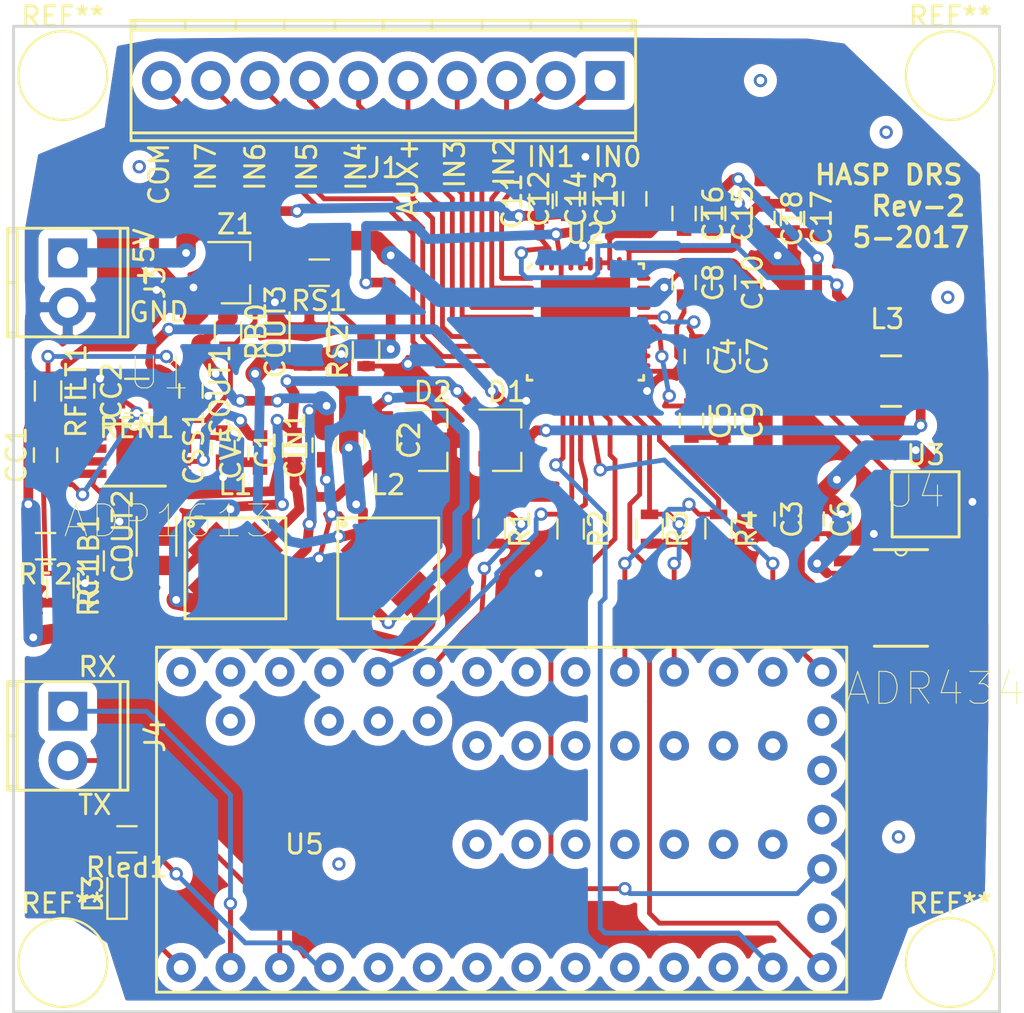
<source format=kicad_pcb>
(kicad_pcb (version 4) (host pcbnew 4.0.5)
  (layers (0 F.Cu signal) (31 B.Cu signal) (34 B.Paste user hide) (35 F.Paste user hide) (36 B.SilkS user hide) (37 F.SilkS user) (38 B.Mask user hide) (39 F.Mask user hide) (44 Edge.Cuts user))
  (net 0 "")
  (net 1 "Net-(C1-Pad1)")
  (net 2 "Net-(C1-Pad2)")
  (net 3 "Net-(C2-Pad1)")
  (net 4 "Net-(CC1-Pad1)")
  (net 5 "Net-(CC1-Pad2)")
  (net 6 Earth)
  (net 7 +5V)
  (net 8 "Net-(COUT1-Pad1)")
  (net 9 "Net-(CSS1-Pad2)")
  (net 10 "Net-(CV5-Pad2)")
  (net 11 "Net-(REN1-Pad2)")
  (net 12 "Net-(RF1B1-Pad2)")
  (net 13 "Net-(RS1-Pad1)")
  (net 14 "Net-(U3-Pad4)")
  (net 15 "Net-(D3-Pad2)")
  (net 16 "Net-(D3-Pad1)")
  (net 17 "Net-(Rled1-Pad1)")
  (net 18 "Net-(C4-Pad1)")
  (net 19 "Net-(C5-Pad1)")
  (net 20 "Net-(C11-Pad1)")
  (net 21 "Net-(C15-Pad1)")
  (net 22 "Net-(C17-Pad1)")
  (net 23 "Net-(J1-Pad10)")
  (net 24 "Net-(J1-Pad9)")
  (net 25 "Net-(J1-Pad8)")
  (net 26 "Net-(J1-Pad7)")
  (net 27 "Net-(J1-Pad6)")
  (net 28 "Net-(J1-Pad5)")
  (net 29 "Net-(J1-Pad4)")
  (net 30 "Net-(J1-Pad3)")
  (net 31 "Net-(J1-Pad1)")
  (net 32 "Net-(J1-Pad2)")
  (net 33 AUX-)
  (net 34 "Net-(U1-Pad7)")
  (net 35 "Net-(U2-Pad14)")
  (net 36 "Net-(U2-Pad29)")
  (net 37 "Net-(U2-Pad30)")
  (net 38 "Net-(U2-Pad32)")
  (net 39 "Net-(U5-Pad33)")
  (net 40 RESET)
  (net 41 PD)
  (net 42 BUSY)
  (net 43 CNV)
  (net 44 MOSI)
  (net 45 SCK)
  (net 46 VIO)
  (net 47 MISO)
  (net 48 "Net-(U5-Pad32)")
  (net 49 "Net-(U5-Pad31)")
  (net 50 "Net-(U5-Pad30)")
  (net 51 "Net-(U5-Pad27)")
  (net 52 "Net-(U5-Pad26)")
  (net 53 "Net-(U5-Pad25)")
  (net 54 "Net-(U5-Pad22)")
  (net 55 "Net-(U5-Pad21)")
  (net 56 "Net-(U5-Pad19)")
  (net 57 "Net-(U5-Pad18)")
  (net 58 "Net-(U5-Pad17)")
  (net 59 "Net-(U5-Pad15)")
  (net 60 "Net-(U5-Pad12)")
  (net 61 "Net-(U5-Pad11)")
  (net 62 "Net-(U5-Pad10)")
  (net 63 "Net-(U5-Pad9)")
  (net 64 "Net-(U5-Pad8)")
  (net 65 "Net-(U5-Pad7)")
  (net 66 "Net-(U5-Pad6)")
  (net 67 "Net-(U5-Pad5)")
  (net 68 "Net-(U5-Pad35)")
  (net 69 "Net-(U5-Pad36)")
  (net 70 "Net-(U5-Pad37)")
  (net 71 "Net-(U5-Pad34)")
  (net 72 "Net-(U5-Pad44)")
  (net 73 "Net-(U5-Pad45)")
  (net 74 "Net-(U5-Pad46)")
  (net 75 "Net-(U5-Pad43)")
  (net 76 "Net-(U5-Pad42)")
  (net 77 "Net-(U5-Pad47)")
  (net 78 "Net-(U5-Pad48)")
  (net 79 "Net-(U5-Pad41)")
  (net 80 "Net-(U5-Pad40)")
  (net 81 "Net-(U5-Pad49)")
  (net 82 "Net-(U5-Pad39)")
  (net 83 "Net-(U5-Pad50)")
  (net 84 "Net-(U5-Pad51)")
  (net 85 "Net-(U5-Pad38)")
  (net 86 "Net-(U4-Pad1)")
  (net 87 "Net-(U4-Pad3)")
  (net 88 "Net-(U4-Pad5)")
  (net 89 "Net-(U4-Pad7)")
  (net 90 "Net-(U4-Pad8)")
  (net 91 "Net-(J4-Pad2)")
  (net 92 "Net-(J4-Pad1)")
  (net 93 VSSH)
  (module customfoots:LPD5030-473MRB (layer F.Cu) (at 59.436 53.848)
    (fp_text reference L2 (at 0 -4.30022) (layer F.SilkS))
    (fp_text value "47 uH")
    (pad 2 smd trapezoid (at -1.3 1.3 315) (size 2.1 1.2) (layers F.Cu F.Paste F.Mask) (net 3 "Net-(C2-Pad1)"))
    (pad 3 smd trapezoid (at 1.3 1.3 45) (size 2.1 1.2) (layers F.Cu F.Paste F.Mask) (net 7 +5V))
    (pad 1 smd trapezoid (at -1.3 -1.25 45) (size 2.1 1.2) (layers F.Cu F.Paste F.Mask) (net 93 VSSH))
    (pad 4 smd trapezoid (at 1.3 -1.25 135) (size 2.1 1.2) (layers F.Cu F.Paste F.Mask) (net 1 "Net-(C1-Pad1)"))
  )
  (module SOIC127P600X175-8N (layer F.Cu) (at 85.852 55.372)
    (fp_text reference U4 (at 0.7112 -5.4864) (layer F.SilkS) (effects (font (size 1.64 1.64) (thickness 0.05))))
    (fp_text value ADR434 (at 1.7526 4.6736) (layer F.SilkS) (effects (font (size 1.64 1.64) (thickness 0.05))))
    (pad 1 smd rect (at -2.4638 -1.905) (size 1.9812 0.5588) (layers F.Cu F.Paste F.Mask) (net 86 "Net-(U4-Pad1)"))
    (pad 2 smd rect (at -2.4638 -0.635) (size 1.9812 0.5588) (layers F.Cu F.Paste F.Mask) (net 7 +5V))
    (pad 3 smd rect (at -2.4638 0.635) (size 1.9812 0.5588) (layers F.Cu F.Paste F.Mask) (net 87 "Net-(U4-Pad3)"))
    (pad 4 smd rect (at -2.4638 1.905) (size 1.9812 0.5588) (layers F.Cu F.Paste F.Mask) (net 6 Earth))
    (pad 5 smd rect (at 2.4638 1.905) (size 1.9812 0.5588) (layers F.Cu F.Paste F.Mask) (net 88 "Net-(U4-Pad5)"))
    (pad 6 smd rect (at 2.4638 0.635) (size 1.9812 0.5588) (layers F.Cu F.Paste F.Mask) (net 14 "Net-(U3-Pad4)"))
    (pad 7 smd rect (at 2.4638 -0.635) (size 1.9812 0.5588) (layers F.Cu F.Paste F.Mask) (net 89 "Net-(U4-Pad7)"))
    (pad 8 smd rect (at 2.4638 -1.905) (size 1.9812 0.5588) (layers F.Cu F.Paste F.Mask) (net 90 "Net-(U4-Pad8)"))
  )
  (module SOP65P490X110-8N (layer F.Cu) (at 46.355 48.006)
    (fp_text reference U1 (at 1.2954 -4.2164) (layer F.SilkS) (effects (font (size 1.64 1.64) (thickness 0.05))))
    (fp_text value ADP1613 (at 1.7526 3.4036) (layer F.SilkS) (effects (font (size 1.64 1.64) (thickness 0.05))))
    (pad 1 smd rect (at -2.1844 -0.9652) (size 1.4986 0.4318) (layers F.Cu F.Paste F.Mask) (net 5 "Net-(CC1-Pad2)"))
    (pad 2 smd rect (at -2.1844 -0.3302) (size 1.4986 0.4318) (layers F.Cu F.Paste F.Mask) (net 12 "Net-(RF1B1-Pad2)"))
    (pad 3 smd rect (at -2.1844 0.3302) (size 1.4986 0.4318) (layers F.Cu F.Paste F.Mask) (net 11 "Net-(REN1-Pad2)"))
    (pad 4 smd rect (at -2.1844 0.9652) (size 1.4986 0.4318) (layers F.Cu F.Paste F.Mask) (net 6 Earth))
    (pad 5 smd rect (at 2.1844 0.9652) (size 1.4986 0.4318) (layers F.Cu F.Paste F.Mask) (net 1 "Net-(C1-Pad1)"))
    (pad 6 smd rect (at 2.1844 0.3302) (size 1.4986 0.4318) (layers F.Cu F.Paste F.Mask) (net 10 "Net-(CV5-Pad2)"))
    (pad 7 smd rect (at 2.1844 -0.3302) (size 1.4986 0.4318) (layers F.Cu F.Paste F.Mask) (net 34 "Net-(U1-Pad7)"))
    (pad 8 smd rect (at 2.1844 -0.9652) (size 1.4986 0.4318) (layers F.Cu F.Paste F.Mask) (net 9 "Net-(CSS1-Pad2)"))
  )
  (module customfoots:LPD5030-473MRB (layer F.Cu) (at 51.562 53.848)
    (fp_text reference L1 (at 0 -4.30022) (layer F.SilkS))
    (fp_text value "47 uH")
    (pad 2 smd trapezoid (at -1.3 1.3 315) (size 2.1 1.2) (layers F.Cu F.Paste F.Mask) (net 2 "Net-(C1-Pad2)"))
    (pad 3 smd trapezoid (at 1.3 1.3 45) (size 2.1 1.2) (layers F.Cu F.Paste F.Mask) (net 7 +5V))
    (pad 1 smd trapezoid (at -1.3 -1.25 45) (size 2.1 1.2) (layers F.Cu F.Paste F.Mask) (net 6 Earth))
    (pad 4 smd trapezoid (at 1.3 -1.25 135) (size 2.1 1.2) (layers F.Cu F.Paste F.Mask) (net 1 "Net-(C1-Pad1)"))
  )
  (module customfoots:ADAS3022 (layer F.Cu) (at 69.596 41.148)
    (fp_text reference U2 (at 0 -4.55) (layer F.SilkS))
    (fp_text value ADAS3022)
    (pad 1 smd oval (at -3 -2.25 90) (size 0.25 0.7) (layers F.Cu F.Paste F.Mask) (net 31 "Net-(J1-Pad1)"))
    (pad 2 smd oval (at -3 -1.75 90) (size 0.25 0.7) (layers F.Cu F.Paste F.Mask) (net 32 "Net-(J1-Pad2)"))
    (pad 3 smd oval (at -3 -1.25 90) (size 0.25 0.7) (layers F.Cu F.Paste F.Mask) (net 30 "Net-(J1-Pad3)"))
    (pad 4 smd oval (at -3 -0.75 90) (size 0.25 0.7) (layers F.Cu F.Paste F.Mask) (net 29 "Net-(J1-Pad4)"))
    (pad 5 smd oval (at -3 -0.25 90) (size 0.25 0.7) (layers F.Cu F.Paste F.Mask) (net 28 "Net-(J1-Pad5)"))
    (pad 6 smd oval (at -3 0.25 90) (size 0.25 0.7) (layers F.Cu F.Paste F.Mask) (net 27 "Net-(J1-Pad6)"))
    (pad 7 smd oval (at -3 0.75 90) (size 0.25 0.7) (layers F.Cu F.Paste F.Mask) (net 26 "Net-(J1-Pad7)"))
    (pad 8 smd oval (at -3 1.25 90) (size 0.25 0.7) (layers F.Cu F.Paste F.Mask) (net 25 "Net-(J1-Pad8)"))
    (pad 9 smd oval (at -3 1.75 90) (size 0.25 0.7) (layers F.Cu F.Paste F.Mask) (net 24 "Net-(J1-Pad9)"))
    (pad 10 smd oval (at -3 2.25 90) (size 0.25 0.7) (layers F.Cu F.Paste F.Mask) (net 23 "Net-(J1-Pad10)"))
    (pad 11 smd oval (at -2.25 3) (size 0.25 0.7) (layers F.Cu F.Paste F.Mask) (net 6 Earth))
    (pad 12 smd oval (at -1.75 3) (size 0.25 0.7) (layers F.Cu F.Paste F.Mask) (net 44 MOSI))
    (pad 13 smd oval (at -1.25 3) (size 0.25 0.7) (layers F.Cu F.Paste F.Mask) (net 40 RESET))
    (pad 14 smd oval (at -0.75 3) (size 0.25 0.7) (layers F.Cu F.Paste F.Mask) (net 35 "Net-(U2-Pad14)"))
    (pad 15 smd oval (at -0.25 3) (size 0.25 0.7) (layers F.Cu F.Paste F.Mask) (net 41 PD))
    (pad 16 smd oval (at 0.25 3) (size 0.25 0.7) (layers F.Cu F.Paste F.Mask) (net 45 SCK))
    (pad 17 smd oval (at 0.75 3) (size 0.25 0.7) (layers F.Cu F.Paste F.Mask) (net 46 VIO))
    (pad 18 smd oval (at 1.25 3) (size 0.25 0.7) (layers F.Cu F.Paste F.Mask) (net 47 MISO))
    (pad 19 smd oval (at 1.75 3) (size 0.25 0.7) (layers F.Cu F.Paste F.Mask) (net 42 BUSY))
    (pad 20 smd oval (at 2.25 3) (size 0.25 0.7) (layers F.Cu F.Paste F.Mask) (net 43 CNV))
    (pad 21 smd oval (at 3 2.25 90) (size 0.25 0.7) (layers F.Cu F.Paste F.Mask) (net 6 Earth))
    (pad 22 smd oval (at 3 1.75 90) (size 0.25 0.7) (layers F.Cu F.Paste F.Mask) (net 6 Earth))
    (pad 23 smd oval (at 3 1.25 90) (size 0.25 0.7) (layers F.Cu F.Paste F.Mask) (net 6 Earth))
    (pad 24 smd oval (at 3 0.75 90) (size 0.25 0.7) (layers F.Cu F.Paste F.Mask) (net 6 Earth))
    (pad 25 smd oval (at 3 0.25 90) (size 0.25 0.7) (layers F.Cu F.Paste F.Mask) (net 19 "Net-(C5-Pad1)"))
    (pad 26 smd oval (at 3 -0.25 90) (size 0.25 0.7) (layers F.Cu F.Paste F.Mask) (net 18 "Net-(C4-Pad1)"))
    (pad 27 smd oval (at 3 -0.75 90) (size 0.25 0.7) (layers F.Cu F.Paste F.Mask) (net 7 +5V))
    (pad 28 smd oval (at 3 -1.25 90) (size 0.25 0.7) (layers F.Cu F.Paste F.Mask) (net 7 +5V))
    (pad 29 smd oval (at 3 -1.75 90) (size 0.25 0.7) (layers F.Cu F.Paste F.Mask) (net 36 "Net-(U2-Pad29)"))
    (pad 30 smd oval (at 3 -2.25 90) (size 0.25 0.7) (layers F.Cu F.Paste F.Mask) (net 37 "Net-(U2-Pad30)"))
    (pad 31 smd oval (at 2.25 -3) (size 0.25 0.7) (layers F.Cu F.Paste F.Mask) (net 22 "Net-(C17-Pad1)"))
    (pad 32 smd oval (at 1.75 -3) (size 0.25 0.7) (layers F.Cu F.Paste F.Mask) (net 38 "Net-(U2-Pad32)"))
    (pad 33 smd oval (at 1.25 -3) (size 0.25 0.7) (layers F.Cu F.Paste F.Mask) (net 21 "Net-(C15-Pad1)"))
    (pad 34 smd oval (at 0.75 -3) (size 0.25 0.7) (layers F.Cu F.Paste F.Mask) (net 21 "Net-(C15-Pad1)"))
    (pad 35 smd oval (at 0.25 -3) (size 0.25 0.7) (layers F.Cu F.Paste F.Mask) (net 6 Earth))
    (pad 36 smd oval (at -0.25 -3) (size 0.25 0.7) (layers F.Cu F.Paste F.Mask) (net 6 Earth))
    (pad 37 smd oval (at -0.75 -3) (size 0.25 0.7) (layers F.Cu F.Paste F.Mask) (net 6 Earth))
    (pad 38 smd oval (at -1.25 -3) (size 0.25 0.7) (layers F.Cu F.Paste F.Mask) (net 93 VSSH))
    (pad 39 smd oval (at -1.75 -3) (size 0.25 0.7) (layers F.Cu F.Paste F.Mask) (net 20 "Net-(C11-Pad1)"))
    (pad 40 smd oval (at -2.25 -3) (size 0.25 0.7) (layers F.Cu F.Paste F.Mask) (net 33 AUX-))
    (pad 41 smd rect (at 0 0) (size 4.6 4.6) (layers F.Cu F.Paste F.Mask) (net 93 VSSH))
  )
  (module Connectors_Terminal_Blocks:TerminalBlock_Pheonix_MPT-2.54mm_2pol (layer F.Cu) (at 42.926 37.846 270)
    (fp_text reference J3 (at 1.27 -4.50088 270) (layer F.SilkS))
    (fp_text value Screw_Terminal_1x02)
    (pad 2 thru_hole oval (at 2.54 0 270) (size 1.99898 1.99898) (drill 1.09728) (layers *.Cu *.Mask) (net 6 Earth))
    (pad 1 thru_hole rect (at 0 0 270) (size 1.99898 1.99898) (drill 1.09728) (layers *.Cu *.Mask) (net 7 +5V))
  )
  (module Connectors_Terminal_Blocks:TerminalBlock_Pheonix_MPT-2.54mm_2pol (layer F.Cu) (at 42.926 61.214 270)
    (fp_text reference J4 (at 1.27 -4.50088 270) (layer F.SilkS))
    (fp_text value Screw_Terminal_1x02)
    (pad 2 thru_hole oval (at 2.54 0 270) (size 1.99898 1.99898) (drill 1.09728) (layers *.Cu *.Mask) (net 91 "Net-(J4-Pad2)"))
    (pad 1 thru_hole rect (at 0 0 270) (size 1.99898 1.99898) (drill 1.09728) (layers *.Cu *.Mask) (net 92 "Net-(J4-Pad1)"))
  )
  (module Resistors_SMD:R_0603 (layer F.Cu) (at 58.293 42.672 90)
    (fp_text reference RS2 (at 0 -1.45 90) (layer F.SilkS))
    (fp_text value DNI)
    (pad 1 smd rect (at -0.75 0 90) (size 0.5 0.9) (layers F.Cu F.Paste F.Mask) (net 6 Earth))
    (pad 2 smd rect (at 0.75 0 90) (size 0.5 0.9) (layers F.Cu F.Paste F.Mask) (net 13 "Net-(RS1-Pad1)"))
  )
  (module Resistors_SMD:R_0603 (layer F.Cu) (at 55.88 38.608 180)
    (fp_text reference RS1 (at 0 -1.45 180) (layer F.SilkS))
    (fp_text value 0)
    (pad 1 smd rect (at -0.75 0 180) (size 0.5 0.9) (layers F.Cu F.Paste F.Mask) (net 13 "Net-(RS1-Pad1)"))
    (pad 2 smd rect (at 0.75 0 180) (size 0.5 0.9) (layers F.Cu F.Paste F.Mask) (net 10 "Net-(CV5-Pad2)"))
  )
  (module Resistors_SMD:R_0603 (layer F.Cu) (at 45.974 67.818 180)
    (fp_text reference Rled1 (at 0 -1.45 180) (layer F.SilkS))
    (fp_text value 250)
    (pad 1 smd rect (at -0.75 0 180) (size 0.5 0.9) (layers F.Cu F.Paste F.Mask) (net 17 "Net-(Rled1-Pad1)"))
    (pad 2 smd rect (at 0.75 0 180) (size 0.5 0.9) (layers F.Cu F.Paste F.Mask) (net 15 "Net-(D3-Pad2)"))
  )
  (module Resistors_SMD:R_0603 (layer F.Cu) (at 41.91 44.704 270)
    (fp_text reference RFILT1 (at 0 -1.45 270) (layer F.SilkS))
    (fp_text value 1.78)
    (pad 1 smd rect (at -0.75 0 270) (size 0.5 0.9) (layers F.Cu F.Paste F.Mask) (net 8 "Net-(COUT1-Pad1)"))
    (pad 2 smd rect (at 0.75 0 270) (size 0.5 0.9) (layers F.Cu F.Paste F.Mask) (net 20 "Net-(C11-Pad1)"))
  )
  (module Resistors_SMD:R_0603 (layer F.Cu) (at 41.783 52.705 180)
    (fp_text reference RF2 (at 0 -1.45 180) (layer F.SilkS))
    (fp_text value 4.22k)
    (pad 1 smd rect (at -0.75 0 180) (size 0.5 0.9) (layers F.Cu F.Paste F.Mask) (net 12 "Net-(RF1B1-Pad2)"))
    (pad 2 smd rect (at 0.75 0 180) (size 0.5 0.9) (layers F.Cu F.Paste F.Mask) (net 6 Earth))
  )
  (module Resistors_SMD:R_0603 (layer F.Cu) (at 45.466 53.467 90)
    (fp_text reference RF1B1 (at 0 -1.45 90) (layer F.SilkS))
    (fp_text value 47.5k)
    (pad 1 smd rect (at -0.75 0 90) (size 0.5 0.9) (layers F.Cu F.Paste F.Mask) (net 20 "Net-(C11-Pad1)"))
    (pad 2 smd rect (at 0.75 0 90) (size 0.5 0.9) (layers F.Cu F.Paste F.Mask) (net 12 "Net-(RF1B1-Pad2)"))
  )
  (module Resistors_SMD:R_0603 (layer F.Cu) (at 51.181 41.656 270)
    (fp_text reference RB0 (at 0 -1.45 270) (layer F.SilkS))
    (fp_text value 1)
    (pad 1 smd rect (at -0.75 0 270) (size 0.5 0.9) (layers F.Cu F.Paste F.Mask) (net 7 +5V))
    (pad 2 smd rect (at 0.75 0 270) (size 0.5 0.9) (layers F.Cu F.Paste F.Mask) (net 10 "Net-(CV5-Pad2)"))
  )
  (module LEDs:LED_0603 (layer F.Cu) (at 45.466 70.612 90)
    (fp_text reference D3 (at 0 -1.25 90) (layer F.SilkS))
    (fp_text value LED)
    (pad 2 smd rect (at 0.8 0 270) (size 0.8 0.8) (layers F.Cu F.Paste F.Mask) (net 15 "Net-(D3-Pad2)"))
    (pad 1 smd rect (at -0.8 0 270) (size 0.8 0.8) (layers F.Cu F.Paste F.Mask) (net 16 "Net-(D3-Pad1)"))
  )
  (module Capacitors_SMD:C_0603 (layer F.Cu) (at 56.134 47.498 90)
    (fp_text reference CIN1 (at 0 -1.5 90) (layer F.SilkS))
    (fp_text value 1u)
    (pad 1 smd rect (at -0.75 0 90) (size 0.8 0.75) (layers F.Cu F.Paste F.Mask) (net 6 Earth))
    (pad 2 smd rect (at 0.75 0 90) (size 0.8 0.75) (layers F.Cu F.Paste F.Mask) (net 7 +5V))
  )
  (module Capacitors_SMD:C_0603 (layer F.Cu) (at 43.688 44.704 270)
    (fp_text reference CC2 (at 0 -1.5 270) (layer F.SilkS))
    (fp_text value 10p)
    (pad 1 smd rect (at -0.75 0 270) (size 0.8 0.75) (layers F.Cu F.Paste F.Mask) (net 6 Earth))
    (pad 2 smd rect (at 0.75 0 270) (size 0.8 0.75) (layers F.Cu F.Paste F.Mask) (net 5 "Net-(CC1-Pad2)"))
  )
  (module Capacitors_SMD:C_0603 (layer F.Cu) (at 41.783 48.006 90)
    (fp_text reference CC1 (at 0 -1.5 90) (layer F.SilkS))
    (fp_text value 12n)
    (pad 1 smd rect (at -0.75 0 90) (size 0.8 0.75) (layers F.Cu F.Paste F.Mask) (net 4 "Net-(CC1-Pad1)"))
    (pad 2 smd rect (at 0.75 0 90) (size 0.8 0.75) (layers F.Cu F.Paste F.Mask) (net 5 "Net-(CC1-Pad2)"))
  )
  (module Capacitors_SMD:C_0603 (layer F.Cu) (at 54.61 47.752 90)
    (fp_text reference C1 (at 0 -1.5 90) (layer F.SilkS))
    (fp_text value 1u)
    (pad 1 smd rect (at -0.75 0 90) (size 0.8 0.75) (layers F.Cu F.Paste F.Mask) (net 1 "Net-(C1-Pad1)"))
    (pad 2 smd rect (at 0.75 0 90) (size 0.8 0.75) (layers F.Cu F.Paste F.Mask) (net 2 "Net-(C1-Pad2)"))
  )
  (module customfoots:1pinupdated (layer F.Cu) (at 88.392 28.448)
    (fp_text reference REF** (at 0 -3.048) (layer F.SilkS))
    (fp_text value 1pin)
    (pad "" np_thru_hole circle (at 0 0) (size 2.286 2.286) (drill 2.286) (layers *.Cu *.Mask))
  )
  (module customfoots:1pinupdated (layer F.Cu) (at 88.392 74.168)
    (fp_text reference REF** (at 0 -3.048) (layer F.SilkS))
    (fp_text value 1pin)
    (pad "" np_thru_hole circle (at 0 0) (size 2.286 2.286) (drill 2.286) (layers *.Cu *.Mask))
  )
  (module customfoots:1pinupdated (layer F.Cu) (at 42.672 74.168)
    (fp_text reference REF** (at 0 -3.048) (layer F.SilkS))
    (fp_text value 1pin)
    (pad "" np_thru_hole circle (at 0 0) (size 2.286 2.286) (drill 2.286) (layers *.Cu *.Mask))
  )
  (module customfoots:1pinupdated (layer F.Cu) (at 42.672 28.448)
    (fp_text reference REF** (at 0 -3.048) (layer F.SilkS))
    (fp_text value 1pin)
    (pad "" np_thru_hole circle (at 0 0) (size 2.286 2.286) (drill 2.286) (layers *.Cu *.Mask))
  )
  (module Connectors_Terminal_Blocks:TerminalBlock_Pheonix_MPT-2.54mm_10pol (layer F.Cu) (at 70.612 28.702 180)
    (fp_text reference J1 (at 11.43 -4.50088 180) (layer F.SilkS))
    (fp_text value Screw_Terminal_1x10)
    (pad 4 thru_hole oval (at 7.62 0) (size 1.99898 1.99898) (drill 1.09728) (layers *.Cu *.Mask) (net 29 "Net-(J1-Pad4)"))
    (pad 1 thru_hole rect (at 0 0) (size 1.99898 1.99898) (drill 1.09728) (layers *.Cu *.Mask) (net 31 "Net-(J1-Pad1)"))
    (pad 2 thru_hole oval (at 2.54 0) (size 1.99898 1.99898) (drill 1.09728) (layers *.Cu *.Mask) (net 32 "Net-(J1-Pad2)"))
    (pad 3 thru_hole oval (at 5.08 0) (size 1.99898 1.99898) (drill 1.09728) (layers *.Cu *.Mask) (net 30 "Net-(J1-Pad3)"))
    (pad 5 thru_hole oval (at 10.16 0) (size 1.99898 1.99898) (drill 1.09728) (layers *.Cu *.Mask) (net 28 "Net-(J1-Pad5)"))
    (pad 6 thru_hole oval (at 12.7 0) (size 1.99898 1.99898) (drill 1.09728) (layers *.Cu *.Mask) (net 27 "Net-(J1-Pad6)"))
    (pad 7 thru_hole oval (at 15.24 0) (size 1.99898 1.99898) (drill 1.09728) (layers *.Cu *.Mask) (net 26 "Net-(J1-Pad7)"))
    (pad 8 thru_hole oval (at 17.78 0) (size 1.99898 1.99898) (drill 1.09728) (layers *.Cu *.Mask) (net 25 "Net-(J1-Pad8)"))
    (pad 9 thru_hole oval (at 20.32 0) (size 1.99898 1.99898) (drill 1.09728) (layers *.Cu *.Mask) (net 24 "Net-(J1-Pad9)"))
    (pad 10 thru_hole oval (at 22.86 0) (size 1.99898 1.99898) (drill 1.09728) (layers *.Cu *.Mask) (net 23 "Net-(J1-Pad10)"))
  )
  (module Resistors_SMD:R_0603 (layer F.Cu) (at 76.454 51.816 270)
    (fp_text reference R4 (at 0 -1.45 270) (layer F.SilkS))
    (fp_text value 4.7k)
    (pad 1 smd rect (at -0.75 0 270) (size 0.5 0.9) (layers F.Cu F.Paste F.Mask) (net 43 CNV))
    (pad 2 smd rect (at 0.75 0 270) (size 0.5 0.9) (layers F.Cu F.Paste F.Mask) (net 6 Earth))
  )
  (module Resistors_SMD:R_0603 (layer F.Cu) (at 72.898 51.816 270)
    (fp_text reference R3 (at 0 -1.45 270) (layer F.SilkS))
    (fp_text value 4.7k)
    (pad 1 smd rect (at -0.75 0 270) (size 0.5 0.9) (layers F.Cu F.Paste F.Mask) (net 42 BUSY))
    (pad 2 smd rect (at 0.75 0 270) (size 0.5 0.9) (layers F.Cu F.Paste F.Mask) (net 6 Earth))
  )
  (module Resistors_SMD:R_0603 (layer F.Cu) (at 68.834 51.816 270)
    (fp_text reference R2 (at 0 -1.45 270) (layer F.SilkS))
    (fp_text value 4.7k)
    (pad 1 smd rect (at -0.75 0 270) (size 0.5 0.9) (layers F.Cu F.Paste F.Mask) (net 41 PD))
    (pad 2 smd rect (at 0.75 0 270) (size 0.5 0.9) (layers F.Cu F.Paste F.Mask) (net 6 Earth))
  )
  (module Resistors_SMD:R_0603 (layer F.Cu) (at 64.77 51.816 270)
    (fp_text reference R1 (at 0 -1.45 270) (layer F.SilkS))
    (fp_text value 4.7k)
    (pad 1 smd rect (at -0.75 0 270) (size 0.5 0.9) (layers F.Cu F.Paste F.Mask) (net 40 RESET))
    (pad 2 smd rect (at 0.75 0 270) (size 0.5 0.9) (layers F.Cu F.Paste F.Mask) (net 6 Earth))
  )
  (module Capacitors_SMD:C_0603 (layer F.Cu) (at 78.74 35.814 270)
    (fp_text reference C18 (at 0 -1.5 270) (layer F.SilkS))
    (fp_text value 0.1uF)
    (pad 1 smd rect (at -0.75 0 270) (size 0.8 0.75) (layers F.Cu F.Paste F.Mask) (net 22 "Net-(C17-Pad1)"))
    (pad 2 smd rect (at 0.75 0 270) (size 0.8 0.75) (layers F.Cu F.Paste F.Mask) (net 6 Earth))
  )
  (module Capacitors_SMD:C_0603 (layer F.Cu) (at 80.264 35.814 270)
    (fp_text reference C17 (at 0 -1.5 270) (layer F.SilkS))
    (fp_text value 1uF)
    (pad 1 smd rect (at -0.75 0 270) (size 0.8 0.75) (layers F.Cu F.Paste F.Mask) (net 22 "Net-(C17-Pad1)"))
    (pad 2 smd rect (at 0.75 0 270) (size 0.8 0.75) (layers F.Cu F.Paste F.Mask) (net 6 Earth))
  )
  (module Capacitors_SMD:C_0603 (layer F.Cu) (at 74.676 35.56 270)
    (fp_text reference C16 (at 0 -1.5 270) (layer F.SilkS))
    (fp_text value 10uF)
    (pad 1 smd rect (at -0.75 0 270) (size 0.8 0.75) (layers F.Cu F.Paste F.Mask) (net 21 "Net-(C15-Pad1)"))
    (pad 2 smd rect (at 0.75 0 270) (size 0.8 0.75) (layers F.Cu F.Paste F.Mask) (net 6 Earth))
  )
  (module Capacitors_SMD:C_0603 (layer F.Cu) (at 76.2 35.56 270)
    (fp_text reference C15 (at 0 -1.5 270) (layer F.SilkS))
    (fp_text value 10uF)
    (pad 1 smd rect (at -0.75 0 270) (size 0.8 0.75) (layers F.Cu F.Paste F.Mask) (net 21 "Net-(C15-Pad1)"))
    (pad 2 smd rect (at 0.75 0 270) (size 0.8 0.75) (layers F.Cu F.Paste F.Mask) (net 6 Earth))
  )
  (module Capacitors_SMD:C_0603 (layer F.Cu) (at 70.612 34.798 90)
    (fp_text reference C14 (at 0 -1.5 90) (layer F.SilkS))
    (fp_text value 0.1uF)
    (pad 1 smd rect (at -0.75 0 90) (size 0.8 0.75) (layers F.Cu F.Paste F.Mask) (net 93 VSSH))
    (pad 2 smd rect (at 0.75 0 90) (size 0.8 0.75) (layers F.Cu F.Paste F.Mask) (net 6 Earth))
  )
  (module Capacitors_SMD:C_0603 (layer F.Cu) (at 72.136 34.798 90)
    (fp_text reference C13 (at 0 -1.5 90) (layer F.SilkS))
    (fp_text value 10uF)
    (pad 1 smd rect (at -0.75 0 90) (size 0.8 0.75) (layers F.Cu F.Paste F.Mask) (net 93 VSSH))
    (pad 2 smd rect (at 0.75 0 90) (size 0.8 0.75) (layers F.Cu F.Paste F.Mask) (net 6 Earth))
  )
  (module Capacitors_SMD:C_0603 (layer F.Cu) (at 68.707 34.798 90)
    (fp_text reference C12 (at 0 -1.5 90) (layer F.SilkS))
    (fp_text value 0.1uF)
    (pad 1 smd rect (at -0.75 0 90) (size 0.8 0.75) (layers F.Cu F.Paste F.Mask) (net 20 "Net-(C11-Pad1)"))
    (pad 2 smd rect (at 0.75 0 90) (size 0.8 0.75) (layers F.Cu F.Paste F.Mask) (net 6 Earth))
  )
  (module Capacitors_SMD:C_0603 (layer F.Cu) (at 67.31 34.925 90)
    (fp_text reference C11 (at 0 -1.5 90) (layer F.SilkS))
    (fp_text value 10uF)
    (pad 1 smd rect (at -0.75 0 90) (size 0.8 0.75) (layers F.Cu F.Paste F.Mask) (net 20 "Net-(C11-Pad1)"))
    (pad 2 smd rect (at 0.75 0 90) (size 0.8 0.75) (layers F.Cu F.Paste F.Mask) (net 6 Earth))
  )
  (module Capacitors_SMD:C_0603 (layer F.Cu) (at 76.708 39.116 270)
    (fp_text reference C10 (at 0 -1.5 270) (layer F.SilkS))
    (fp_text value 10uF)
    (pad 1 smd rect (at -0.75 0 270) (size 0.8 0.75) (layers F.Cu F.Paste F.Mask) (net 7 +5V))
    (pad 2 smd rect (at 0.75 0 270) (size 0.8 0.75) (layers F.Cu F.Paste F.Mask) (net 6 Earth))
  )
  (module Capacitors_SMD:C_0603 (layer F.Cu) (at 76.708 46.228 270)
    (fp_text reference C9 (at 0 -1.5 270) (layer F.SilkS))
    (fp_text value 10uF)
    (pad 1 smd rect (at -0.75 0 270) (size 0.8 0.75) (layers F.Cu F.Paste F.Mask) (net 19 "Net-(C5-Pad1)"))
    (pad 2 smd rect (at 0.75 0 270) (size 0.8 0.75) (layers F.Cu F.Paste F.Mask) (net 6 Earth))
  )
  (module Capacitors_SMD:C_0603 (layer F.Cu) (at 74.676 39.116 270)
    (fp_text reference C8 (at 0 -1.5 270) (layer F.SilkS))
    (fp_text value 0.1uF)
    (pad 1 smd rect (at -0.75 0 270) (size 0.8 0.75) (layers F.Cu F.Paste F.Mask) (net 7 +5V))
    (pad 2 smd rect (at 0.75 0 270) (size 0.8 0.75) (layers F.Cu F.Paste F.Mask) (net 6 Earth))
  )
  (module Capacitors_SMD:C_0603 (layer F.Cu) (at 76.962 42.926 270)
    (fp_text reference C7 (at 0 -1.5 270) (layer F.SilkS))
    (fp_text value 10uF)
    (pad 1 smd rect (at -0.75 0 270) (size 0.8 0.75) (layers F.Cu F.Paste F.Mask) (net 18 "Net-(C4-Pad1)"))
    (pad 2 smd rect (at 0.75 0 270) (size 0.8 0.75) (layers F.Cu F.Paste F.Mask) (net 6 Earth))
  )
  (module Capacitors_SMD:C_0603 (layer F.Cu) (at 81.28 51.308 270)
    (fp_text reference C6 (at 0 -1.5 270) (layer F.SilkS))
    (fp_text value 10uF)
    (pad 1 smd rect (at -0.75 0 270) (size 0.8 0.75) (layers F.Cu F.Paste F.Mask) (net 7 +5V))
    (pad 2 smd rect (at 0.75 0 270) (size 0.8 0.75) (layers F.Cu F.Paste F.Mask) (net 6 Earth))
  )
  (module Capacitors_SMD:C_0603 (layer F.Cu) (at 75.057 46.228 270)
    (fp_text reference C5 (at 0 -1.5 270) (layer F.SilkS))
    (fp_text value 0.1uF)
    (pad 1 smd rect (at -0.75 0 270) (size 0.8 0.75) (layers F.Cu F.Paste F.Mask) (net 19 "Net-(C5-Pad1)"))
    (pad 2 smd rect (at 0.75 0 270) (size 0.8 0.75) (layers F.Cu F.Paste F.Mask) (net 6 Earth))
  )
  (module Capacitors_SMD:C_0603 (layer F.Cu) (at 75.311 42.926 270)
    (fp_text reference C4 (at 0 -1.5 270) (layer F.SilkS))
    (fp_text value 0.1uF)
    (pad 1 smd rect (at -0.75 0 270) (size 0.8 0.75) (layers F.Cu F.Paste F.Mask) (net 18 "Net-(C4-Pad1)"))
    (pad 2 smd rect (at 0.75 0 270) (size 0.8 0.75) (layers F.Cu F.Paste F.Mask) (net 6 Earth))
  )
  (module Capacitors_SMD:C_0603 (layer F.Cu) (at 78.74 51.308 270)
    (fp_text reference C3 (at 0 -1.5 270) (layer F.SilkS))
    (fp_text value 0.1uF)
    (pad 1 smd rect (at -0.75 0 270) (size 0.8 0.75) (layers F.Cu F.Paste F.Mask) (net 7 +5V))
    (pad 2 smd rect (at 0.75 0 270) (size 0.8 0.75) (layers F.Cu F.Paste F.Mask) (net 6 Earth))
  )
  (module Teensy:Teensy3.2Socket (layer F.Cu) (at 65.278 66.802)
    (fp_text reference U5 (at -10.16 1.27) (layer F.SilkS))
    (fp_text value Teensy3.2Socket)
    (pad 33 thru_hole circle (at -16.51 -7.62) (size 1.524 1.524) (drill 0.762) (layers *.Cu *.Mask) (net 39 "Net-(U5-Pad33)"))
    (pad 32 thru_hole circle (at -13.97 -7.62) (size 1.524 1.524) (drill 0.762) (layers *.Cu *.Mask) (net 48 "Net-(U5-Pad32)"))
    (pad 31 thru_hole circle (at -11.43 -7.62) (size 1.524 1.524) (drill 0.762) (layers *.Cu *.Mask) (net 49 "Net-(U5-Pad31)"))
    (pad 30 thru_hole circle (at -8.89 -7.62) (size 1.524 1.524) (drill 0.762) (layers *.Cu *.Mask) (net 50 "Net-(U5-Pad30)"))
    (pad 29 thru_hole circle (at -6.35 -7.62) (size 1.524 1.524) (drill 0.762) (layers *.Cu *.Mask) (net 41 PD))
    (pad 28 thru_hole circle (at -3.81 -7.62) (size 1.524 1.524) (drill 0.762) (layers *.Cu *.Mask) (net 40 RESET))
    (pad 27 thru_hole circle (at -1.27 -7.62) (size 1.524 1.524) (drill 0.762) (layers *.Cu *.Mask) (net 51 "Net-(U5-Pad27)"))
    (pad 26 thru_hole circle (at 1.27 -7.62) (size 1.524 1.524) (drill 0.762) (layers *.Cu *.Mask) (net 52 "Net-(U5-Pad26)"))
    (pad 25 thru_hole circle (at 3.81 -7.62) (size 1.524 1.524) (drill 0.762) (layers *.Cu *.Mask) (net 53 "Net-(U5-Pad25)"))
    (pad 24 thru_hole circle (at 6.35 -7.62) (size 1.524 1.524) (drill 0.762) (layers *.Cu *.Mask) (net 43 CNV))
    (pad 23 thru_hole circle (at 8.89 -7.62) (size 1.524 1.524) (drill 0.762) (layers *.Cu *.Mask) (net 42 BUSY))
    (pad 22 thru_hole circle (at 11.43 -7.62) (size 1.524 1.524) (drill 0.762) (layers *.Cu *.Mask) (net 54 "Net-(U5-Pad22)"))
    (pad 21 thru_hole circle (at 13.97 -7.62) (size 1.524 1.524) (drill 0.762) (layers *.Cu *.Mask) (net 55 "Net-(U5-Pad21)"))
    (pad 20 thru_hole circle (at 16.51 -7.62) (size 1.524 1.524) (drill 0.762) (layers *.Cu *.Mask) (net 45 SCK))
    (pad 19 thru_hole circle (at 16.51 -5.08) (size 1.524 1.524) (drill 0.762) (layers *.Cu *.Mask) (net 56 "Net-(U5-Pad19)"))
    (pad 18 thru_hole circle (at 16.51 -2.54) (size 1.524 1.524) (drill 0.762) (layers *.Cu *.Mask) (net 57 "Net-(U5-Pad18)"))
    (pad 17 thru_hole circle (at 16.51 0) (size 1.524 1.524) (drill 0.762) (layers *.Cu *.Mask) (net 58 "Net-(U5-Pad17)"))
    (pad 16 thru_hole circle (at 16.51 2.54) (size 1.524 1.524) (drill 0.762) (layers *.Cu *.Mask) (net 46 VIO))
    (pad 15 thru_hole circle (at 16.51 5.08) (size 1.524 1.524) (drill 0.762) (layers *.Cu *.Mask) (net 59 "Net-(U5-Pad15)"))
    (pad 14 thru_hole circle (at 16.51 7.62) (size 1.524 1.524) (drill 0.762) (layers *.Cu *.Mask) (net 47 MISO))
    (pad 13 thru_hole circle (at 13.97 7.62) (size 1.524 1.524) (drill 0.762) (layers *.Cu *.Mask) (net 44 MOSI))
    (pad 12 thru_hole circle (at 11.43 7.62) (size 1.524 1.524) (drill 0.762) (layers *.Cu *.Mask) (net 60 "Net-(U5-Pad12)"))
    (pad 11 thru_hole circle (at 8.89 7.62) (size 1.524 1.524) (drill 0.762) (layers *.Cu *.Mask) (net 61 "Net-(U5-Pad11)"))
    (pad 10 thru_hole circle (at 6.35 7.62) (size 1.524 1.524) (drill 0.762) (layers *.Cu *.Mask) (net 62 "Net-(U5-Pad10)"))
    (pad 9 thru_hole circle (at 3.81 7.62) (size 1.524 1.524) (drill 0.762) (layers *.Cu *.Mask) (net 63 "Net-(U5-Pad9)"))
    (pad 8 thru_hole circle (at 1.27 7.62) (size 1.524 1.524) (drill 0.762) (layers *.Cu *.Mask) (net 64 "Net-(U5-Pad8)"))
    (pad 7 thru_hole circle (at -1.27 7.62) (size 1.524 1.524) (drill 0.762) (layers *.Cu *.Mask) (net 65 "Net-(U5-Pad7)"))
    (pad 6 thru_hole circle (at -3.81 7.62) (size 1.524 1.524) (drill 0.762) (layers *.Cu *.Mask) (net 66 "Net-(U5-Pad6)"))
    (pad 5 thru_hole circle (at -6.35 7.62) (size 1.524 1.524) (drill 0.762) (layers *.Cu *.Mask) (net 67 "Net-(U5-Pad5)"))
    (pad 4 thru_hole circle (at -8.89 7.62) (size 1.524 1.524) (drill 0.762) (layers *.Cu *.Mask) (net 17 "Net-(Rled1-Pad1)"))
    (pad 3 thru_hole circle (at -11.43 7.62) (size 1.524 1.524) (drill 0.762) (layers *.Cu *.Mask) (net 91 "Net-(J4-Pad2)"))
    (pad 2 thru_hole circle (at -13.97 7.62) (size 1.524 1.524) (drill 0.762) (layers *.Cu *.Mask) (net 92 "Net-(J4-Pad1)"))
    (pad 1 thru_hole circle (at -16.51 7.62) (size 1.524 1.524) (drill 0.762) (layers *.Cu *.Mask) (net 16 "Net-(D3-Pad1)"))
    (pad 35 thru_hole circle (at -8.89 -5.08) (size 1.524 1.524) (drill 0.762) (layers *.Cu *.Mask) (net 68 "Net-(U5-Pad35)"))
    (pad 36 thru_hole circle (at -6.35 -5.08) (size 1.524 1.524) (drill 0.762) (layers *.Cu *.Mask) (net 69 "Net-(U5-Pad36)"))
    (pad 37 thru_hole circle (at -3.81 -5.08) (size 1.524 1.524) (drill 0.762) (layers *.Cu *.Mask) (net 70 "Net-(U5-Pad37)"))
    (pad 34 thru_hole circle (at -13.97 -5.08) (size 1.524 1.524) (drill 0.762) (layers *.Cu *.Mask) (net 71 "Net-(U5-Pad34)"))
    (pad 44 thru_hole circle (at 13.97 1.27) (size 1.524 1.524) (drill 0.762) (layers *.Cu *.Mask) (net 72 "Net-(U5-Pad44)"))
    (pad 45 thru_hole circle (at 13.97 -3.81) (size 1.524 1.524) (drill 0.762) (layers *.Cu *.Mask) (net 73 "Net-(U5-Pad45)"))
    (pad 46 thru_hole circle (at 11.43 -3.81) (size 1.524 1.524) (drill 0.762) (layers *.Cu *.Mask) (net 74 "Net-(U5-Pad46)"))
    (pad 43 thru_hole circle (at 11.43 1.27) (size 1.524 1.524) (drill 0.762) (layers *.Cu *.Mask) (net 75 "Net-(U5-Pad43)"))
    (pad 42 thru_hole circle (at 8.89 1.27) (size 1.524 1.524) (drill 0.762) (layers *.Cu *.Mask) (net 76 "Net-(U5-Pad42)"))
    (pad 47 thru_hole circle (at 8.89 -3.81) (size 1.524 1.524) (drill 0.762) (layers *.Cu *.Mask) (net 77 "Net-(U5-Pad47)"))
    (pad 48 thru_hole circle (at 6.35 -3.81) (size 1.524 1.524) (drill 0.762) (layers *.Cu *.Mask) (net 78 "Net-(U5-Pad48)"))
    (pad 41 thru_hole circle (at 6.35 1.27) (size 1.524 1.524) (drill 0.762) (layers *.Cu *.Mask) (net 79 "Net-(U5-Pad41)"))
    (pad 40 thru_hole circle (at 3.81 1.27) (size 1.524 1.524) (drill 0.762) (layers *.Cu *.Mask) (net 80 "Net-(U5-Pad40)"))
    (pad 49 thru_hole circle (at 3.81 -3.81) (size 1.524 1.524) (drill 0.762) (layers *.Cu *.Mask) (net 81 "Net-(U5-Pad49)"))
    (pad 39 thru_hole circle (at 1.27 1.27) (size 1.524 1.524) (drill 0.762) (layers *.Cu *.Mask) (net 82 "Net-(U5-Pad39)"))
    (pad 50 thru_hole circle (at 1.27 -3.81) (size 1.524 1.524) (drill 0.762) (layers *.Cu *.Mask) (net 83 "Net-(U5-Pad50)"))
    (pad 51 thru_hole circle (at -1.27 -3.81) (size 1.524 1.524) (drill 0.762) (layers *.Cu *.Mask) (net 84 "Net-(U5-Pad51)"))
    (pad 38 thru_hole circle (at -1.27 1.27) (size 1.524 1.524) (drill 0.762) (layers *.Cu *.Mask) (net 85 "Net-(U5-Pad38)"))
  )
  (module Diodes_SMD:D_SOT-23_ANK (layer F.Cu) (at 51.562 38.608)
    (fp_text reference Z1 (at 0 -2.5) (layer F.SilkS))
    (fp_text value D)
    (pad 2 smd rect (at -1 -0.95) (size 0.9 0.8) (layers F.Cu F.Paste F.Mask) (net 6 Earth))
    (pad "" smd rect (at -1 0.95) (size 0.9 0.8) (layers F.Cu F.Paste F.Mask))
    (pad 1 smd rect (at 1 0) (size 0.9 0.8) (layers F.Cu F.Paste F.Mask) (net 10 "Net-(CV5-Pad2)"))
  )
  (module Resistors_SMD:R_0805 (layer F.Cu) (at 46.482 44.958 180)
    (fp_text reference REN1 (at 0 -1.65 180) (layer F.SilkS))
    (fp_text value 50k)
    (pad 1 smd rect (at -0.95 0 180) (size 0.7 1.3) (layers F.Cu F.Paste F.Mask) (net 10 "Net-(CV5-Pad2)"))
    (pad 2 smd rect (at 0.95 0 180) (size 0.7 1.3) (layers F.Cu F.Paste F.Mask) (net 11 "Net-(REN1-Pad2)"))
  )
  (module Inductors_NEOSID:Neosid_Inductor_SM-NE30_SMD1210 (layer F.Cu) (at 85.344 44.196)
    (fp_text reference L3 (at -0.20066 -3.2004) (layer F.SilkS))
    (fp_text value 1u)
    (pad 2 smd rect (at 1.6002 0) (size 1.00076 1.89992) (layers F.Cu F.Paste F.Mask) (net 8 "Net-(COUT1-Pad1)"))
    (pad 1 smd rect (at -1.6002 0) (size 1.00076 1.89992) (layers F.Cu F.Paste F.Mask) (net 20 "Net-(C11-Pad1)"))
  )
  (module Diodes_SMD:D_SOT-23_ANK (layer F.Cu) (at 61.722 47.244)
    (fp_text reference D2 (at 0 -2.5) (layer F.SilkS))
    (fp_text value D)
    (pad 2 smd rect (at -1 -0.95) (size 0.9 0.8) (layers F.Cu F.Paste F.Mask) (net 3 "Net-(C2-Pad1)"))
    (pad "" smd rect (at -1 0.95) (size 0.9 0.8) (layers F.Cu F.Paste F.Mask))
    (pad 1 smd rect (at 1 0) (size 0.9 0.8) (layers F.Cu F.Paste F.Mask) (net 6 Earth))
  )
  (module Diodes_SMD:D_SOT-23_ANK (layer F.Cu) (at 65.532 47.244)
    (fp_text reference D1 (at 0 -2.5) (layer F.SilkS))
    (fp_text value D)
    (pad 2 smd rect (at -1 -0.95) (size 0.9 0.8) (layers F.Cu F.Paste F.Mask) (net 2 "Net-(C1-Pad2)"))
    (pad "" smd rect (at -1 0.95) (size 0.9 0.8) (layers F.Cu F.Paste F.Mask))
    (pad 1 smd rect (at 1 0) (size 0.9 0.8) (layers F.Cu F.Paste F.Mask) (net 8 "Net-(COUT1-Pad1)"))
  )
  (module Capacitors_SMD:C_0603 (layer F.Cu) (at 52.832 47.879 90)
    (fp_text reference CV5 (at 0 -1.5 90) (layer F.SilkS))
    (fp_text value 1u)
    (pad 1 smd rect (at -0.75 0 90) (size 0.8 0.75) (layers F.Cu F.Paste F.Mask) (net 6 Earth))
    (pad 2 smd rect (at 0.75 0 90) (size 0.8 0.75) (layers F.Cu F.Paste F.Mask) (net 10 "Net-(CV5-Pad2)"))
  )
  (module Capacitors_SMD:C_0603 (layer F.Cu) (at 50.927 47.625 90)
    (fp_text reference CSS1 (at 0 -1.5 90) (layer F.SilkS))
    (fp_text value 1u)
    (pad 1 smd rect (at -0.75 0 90) (size 0.8 0.75) (layers F.Cu F.Paste F.Mask) (net 6 Earth))
    (pad 2 smd rect (at 0.75 0 90) (size 0.8 0.75) (layers F.Cu F.Paste F.Mask) (net 9 "Net-(CSS1-Pad2)"))
  )
  (module Capacitors_SMD:C_1206 (layer F.Cu) (at 55.372 41.656 90)
    (fp_text reference COUT3 (at 0 -1.75 90) (layer F.SilkS))
    (fp_text value 4.7u)
    (pad 1 smd rect (at -1.5 0 90) (size 1 1.6) (layers F.Cu F.Paste F.Mask) (net 93 VSSH))
    (pad 2 smd rect (at 1.5 0 90) (size 1 1.6) (layers F.Cu F.Paste F.Mask) (net 6 Earth))
  )
  (module Capacitors_SMD:C_1206 (layer F.Cu) (at 47.498 52.197 90)
    (fp_text reference COUT2 (at 0 -1.75 90) (layer F.SilkS))
    (fp_text value 2.2u)
    (pad 1 smd rect (at -1.5 0 90) (size 1 1.6) (layers F.Cu F.Paste F.Mask) (net 20 "Net-(C11-Pad1)"))
    (pad 2 smd rect (at 1.5 0 90) (size 1 1.6) (layers F.Cu F.Paste F.Mask) (net 6 Earth))
  )
  (module Capacitors_SMD:C_0603 (layer F.Cu) (at 49.276 44.704 270)
    (fp_text reference COUT1 (at 0 -1.5 270) (layer F.SilkS))
    (fp_text value 1u)
    (pad 1 smd rect (at -0.75 0 270) (size 0.8 0.75) (layers F.Cu F.Paste F.Mask) (net 8 "Net-(COUT1-Pad1)"))
    (pad 2 smd rect (at 0.75 0 270) (size 0.8 0.75) (layers F.Cu F.Paste F.Mask) (net 6 Earth))
  )
  (module Capacitors_SMD:C_0805 (layer F.Cu) (at 59.055 47.244 270)
    (fp_text reference C2 (at 0 -1.5 270) (layer F.SilkS))
    (fp_text value 1u)
    (pad 1 smd rect (at -1 0 270) (size 1 1.25) (layers F.Cu F.Paste F.Mask) (net 3 "Net-(C2-Pad1)"))
    (pad 2 smd rect (at 1 0 270) (size 1 1.25) (layers F.Cu F.Paste F.Mask) (net 1 "Net-(C1-Pad1)"))
  )
  (module Resistors_SMD:R_0603 (layer F.Cu) (at 42.545 54.864 270)
    (fp_text reference RC1 (at 0 -1.45 270) (layer F.SilkS))
    (fp_text value 100k)
    (pad 1 smd rect (at -0.75 0 270) (size 0.5 0.9) (layers F.Cu F.Paste F.Mask) (net 4 "Net-(CC1-Pad1)"))
    (pad 2 smd rect (at 0.75 0 270) (size 0.5 0.9) (layers F.Cu F.Paste F.Mask) (net 6 Earth))
  )
  (module customfoots:AD8031 (layer F.Cu) (at 87.122 50.546 270)
    (fp_text reference U3 (at -2.54 0 360) (layer F.SilkS))
    (fp_text value AD8031)
    (pad 5 smd rect (at -0.9 -0.875 270) (size 0.56 1) (layers F.Cu F.Paste F.Mask) (net 7 +5V))
    (pad 1 smd rect (at -0.9 0.775 270) (size 0.56 1) (layers F.Cu F.Paste F.Mask) (net 21 "Net-(C15-Pad1)"))
    (pad 2 smd rect (at 0 0.775 270) (size 0.56 1) (layers F.Cu F.Paste F.Mask) (net 6 Earth))
    (pad 4 smd rect (at 0.9 -0.875 270) (size 0.56 1) (layers F.Cu F.Paste F.Mask) (net 14 "Net-(U3-Pad4)"))
    (pad 3 smd rect (at 0.9 0.775 270) (size 0.56 1) (layers F.Cu F.Paste F.Mask) (net 21 "Net-(C15-Pad1)"))
  )
  (gr_text TX (at 44.323 66.04) (layer F.SilkS) (effects (font (size 1 1))))
  (gr_text RX (at 44.45 58.928) (layer F.SilkS) (effects (font (size 1 1))))
  (gr_text GND (at 47.625 40.64) (layer F.SilkS) (effects (font (size 1 1))))
  (gr_text +5V (at 46.863 37.846 90) (layer F.SilkS) (effects (font (size 1 1))))
  (gr_text IN0 (at 71.247 32.639) (layer F.SilkS) (effects (font (size 1 1))))
  (gr_text IN1 (at 67.818 32.639) (layer F.SilkS) (effects (font (size 1 1))))
  (gr_text IN2 (at 65.405 32.893 90) (layer F.SilkS) (effects (font (size 1 1))))
  (gr_text IN3 (at 62.865 33.02 90) (layer F.SilkS) (effects (font (size 1 1))))
  (gr_text AUX+ (at 60.452 33.655 90) (layer F.SilkS) (effects (font (size 1 1))))
  (gr_text IN4 (at 57.785 33.147 90) (layer F.SilkS) (effects (font (size 1 1))))
  (gr_text IN5 (at 55.245 33.147 90) (layer F.SilkS) (effects (font (size 1 1))))
  (gr_text IN6 (at 52.578 33.147 90) (layer F.SilkS) (effects (font (size 1 1))))
  (gr_text IN7 (at 50.038 33.147 90) (layer F.SilkS) (effects (font (size 1 1))))
  (gr_text COM (at 47.625 33.528 90) (layer F.SilkS) (effects (font (size 1 1))))
  (gr_line (start 90.932 76.708) (end 40.132 76.708) (angle 90) (layer Edge.Cuts) (width 0.15))
  (gr_line (start 90.932 25.908) (end 40.132 25.908) (angle 90) (layer Edge.Cuts) (width 0.15))
  (gr_line (start 40.132 76.708) (end 40.132 25.908) (angle 90) (layer Edge.Cuts) (width 0.15))
  (gr_text "HASP DRS \n   Rev-2\n  5-2017" (at 85.598 35.179) (layer F.SilkS) (effects (font (size 1 1) (thickness 0.19))))
  (gr_line (start 90.932 25.908) (end 90.932 76.708) (angle 90) (layer Edge.Cuts) (width 0.15))
  (via (at 46.609 33.147) (size 0.6858) (drill 0.4) (layers F.Cu B.Cu) (net 0))
  (via (at 56.896 69.088) (size 0.6858) (drill 0.4) (layers F.Cu B.Cu) (net 0))
  (via (at 85.725 67.691) (size 0.6858) (drill 0.4) (layers F.Cu B.Cu) (net 0))
  (via (at 88.265 39.878) (size 0.6858) (drill 0.4) (layers F.Cu B.Cu) (net 0))
  (via (at 78.613 28.702) (size 0.6858) (drill 0.4) (layers F.Cu B.Cu) (net 0))
  (via (at 85.09 31.369) (size 0.6858) (drill 0.4) (layers F.Cu B.Cu) (net 0))
  (segment (start 60.706 52.598) (end 60.676889 50.078583) (width 1) (layer F.Cu) (net 1))
  (segment (start 60.676889 50.078583) (end 59.025889 48.270583) (width 1) (layer F.Cu) (net 1))
  (segment (start 52.862 52.598) (end 53.32 52.344) (width 0.25) (layer F.Cu) (net 1))
  (segment (start 53.32 52.344) (end 54.864 50.8) (width 0.5) (layer F.Cu) (net 1))
  (segment (start 54.864 50.8) (end 54.737 49.784) (width 0.5) (layer F.Cu) (net 1))
  (segment (start 54.737 49.784) (end 54.61 49.657) (width 0.5) (layer F.Cu) (net 1))
  (segment (start 54.61 49.657) (end 54.61 48.502) (width 0.5) (layer F.Cu) (net 1))
  (segment (start 56.769 50.165) (end 55.626 50.165) (width 0.5) (layer F.Cu) (net 1))
  (segment (start 55.626 50.165) (end 55.499 49.68875) (width 0.5) (layer F.Cu) (net 1))
  (segment (start 54.864 48.502) (end 54.864 48.514) (width 0.25) (layer F.Cu) (net 1))
  (segment (start 54.864 48.514) (end 54.61 48.641) (width 0.25) (layer F.Cu) (net 1))
  (segment (start 54.864 48.502) (end 54.864 48.514) (width 0.25) (layer F.Cu) (net 1))
  (segment (start 54.864 48.514) (end 53.879316 48.343507) (width 0.5) (layer F.Cu) (net 1))
  (segment (start 53.879316 48.343507) (end 53.498316 49.867507) (width 0.5) (layer F.Cu) (net 1))
  (segment (start 53.498316 49.867507) (end 49.149 50.038) (width 0.5) (layer F.Cu) (net 1))
  (segment (start 49.149 50.038) (end 48.641 49.022) (width 0.5) (layer F.Cu) (net 1))
  (segment (start 48.641 49.022) (end 48.5394 48.9712) (width 0.25) (layer F.Cu) (net 1))
  (segment (start 59.025889 48.270583) (end 59.025889 48.286583) (width 0.25) (layer F.Cu) (net 1))
  (segment (start 59.025889 48.286583) (end 58.801 48.26) (width 0.25) (layer F.Cu) (net 1))
  (segment (start 58.801 48.26) (end 56.769 50.165) (width 0.5) (layer F.Cu) (net 1))
  (segment (start 55.499 49.68875) (end 54.864 48.514) (width 0.5) (layer F.Cu) (net 1))
  (segment (start 54.864 48.514) (end 54.864 48.502) (width 0.25) (layer F.Cu) (net 1))
  (segment (start 53.086 52.07) (end 53.086 52.324) (width 0.25) (layer F.Cu) (net 1))
  (segment (start 53.086 52.324) (end 53.185 52.148) (width 0.25) (layer F.Cu) (net 1))
  (segment (start 49.911 50.8) (end 51.308 50.8) (width 1) (layer B.Cu) (net 2))
  (segment (start 49.24606 55.62291) (end 48.51395 55.471494) (width 1) (layer F.Cu) (net 2))
  (via (at 48.51395 55.471494) (size 0.6858) (drill 0.4) (layers F.Cu B.Cu) (net 2))
  (segment (start 48.51395 55.471494) (end 48.64095 55.344494) (width 0.25) (layer B.Cu) (net 2))
  (segment (start 48.64095 55.344494) (end 48.641 52.324) (width 1) (layer B.Cu) (net 2))
  (segment (start 48.641 52.324) (end 49.911 50.8) (width 1) (layer B.Cu) (net 2))
  (via (at 51.308 50.8) (size 0.6858) (drill 0.4) (layers F.Cu B.Cu) (net 2))
  (segment (start 51.308 50.8) (end 51.435 50.673) (width 0.5) (layer F.Cu) (net 2))
  (segment (start 51.435 50.673) (end 53.975 50.546) (width 0.5) (layer F.Cu) (net 2))
  (via (at 53.975 50.546) (size 0.6858) (drill 0.4) (layers F.Cu B.Cu) (net 2))
  (segment (start 53.975 50.546) (end 53.848 50.419) (width 0.25) (layer B.Cu) (net 2))
  (segment (start 53.848 50.419) (end 53.721 46.228) (width 0.5) (layer B.Cu) (net 2))
  (via (at 53.721 46.228) (size 0.6858) (drill 0.4) (layers F.Cu B.Cu) (net 2))
  (segment (start 54.483 46.736) (end 53.721 46.228) (width 0.5) (layer F.Cu) (net 2))
  (segment (start 49.24606 55.62291) (end 50.64311 55.650416) (width 1) (layer F.Cu) (net 2))
  (segment (start 54.483 46.863) (end 54.483 46.875) (width 0.25) (layer F.Cu) (net 2))
  (segment (start 64.532 46.294) (end 64.516 46.228) (width 0.25) (layer F.Cu) (net 2))
  (segment (start 64.516 46.228) (end 62.992 44.704) (width 0.5) (layer F.Cu) (net 2))
  (via (at 62.992 44.704) (size 0.6858) (drill 0.4) (layers F.Cu B.Cu) (net 2))
  (segment (start 62.992 44.704) (end 62.484 44.196) (width 0.5) (layer B.Cu) (net 2))
  (segment (start 62.484 44.196) (end 54.229 44.196) (width 0.5) (layer B.Cu) (net 2))
  (via (at 54.229 44.196) (size 0.6858) (drill 0.4) (layers F.Cu B.Cu) (net 2))
  (segment (start 54.229 44.196) (end 54.61 44.831) (width 0.5) (layer F.Cu) (net 2))
  (segment (start 54.61 44.831) (end 54.483 46.875) (width 0.5) (layer F.Cu) (net 2))
  (segment (start 54.483 46.875) (end 54.483 46.863) (width 0.25) (layer F.Cu) (net 2))
  (segment (start 58.136 55.148) (end 58.136 55.342) (width 0.25) (layer F.Cu) (net 3))
  (segment (start 58.136 55.342) (end 59.436 56.642) (width 0.5) (layer F.Cu) (net 3))
  (via (at 59.436 56.642) (size 0.6858) (drill 0.4) (layers F.Cu B.Cu) (net 3))
  (segment (start 59.436 56.642) (end 62.992 53.086) (width 0.5) (layer B.Cu) (net 3))
  (segment (start 62.992 53.086) (end 62.992 51.054) (width 0.5) (layer B.Cu) (net 3))
  (segment (start 62.992 51.054) (end 63.373 50.673) (width 0.5) (layer B.Cu) (net 3))
  (segment (start 63.373 50.673) (end 63.373 46.863) (width 0.5) (layer B.Cu) (net 3))
  (segment (start 63.373 46.863) (end 61.468 44.958) (width 0.5) (layer B.Cu) (net 3))
  (segment (start 61.468 44.958) (end 59.436 45.085) (width 0.5) (layer B.Cu) (net 3))
  (via (at 59.436 45.085) (size 0.6858) (drill 0.4) (layers F.Cu B.Cu) (net 3))
  (segment (start 59.436 45.085) (end 58.801 45.593) (width 0.5) (layer F.Cu) (net 3))
  (segment (start 58.801 45.593) (end 59.055 46.244) (width 0.5) (layer F.Cu) (net 3))
  (segment (start 60.706 46.228) (end 60.722 46.294) (width 0.25) (layer F.Cu) (net 3))
  (segment (start 60.722 46.294) (end 60.706 46.228) (width 0.25) (layer F.Cu) (net 3))
  (segment (start 60.706 46.228) (end 59.309 46.482) (width 0.5) (layer F.Cu) (net 3))
  (segment (start 59.309 46.482) (end 59.055 46.228) (width 0.25) (layer F.Cu) (net 3))
  (segment (start 59.055 46.228) (end 59.055 46.244) (width 0.25) (layer F.Cu) (net 3))
  (segment (start 41.783 48.756) (end 41.783 48.768) (width 0.25) (layer F.Cu) (net 4))
  (segment (start 41.783 48.768) (end 41.656 49.149) (width 0.25) (layer F.Cu) (net 4))
  (segment (start 41.656 49.149) (end 41.783 53.721) (width 0.25) (layer F.Cu) (net 4))
  (segment (start 41.783 53.721) (end 41.783 54.102) (width 0.25) (layer F.Cu) (net 4))
  (segment (start 41.783 54.102) (end 42.799 54.114) (width 0.25) (layer F.Cu) (net 4))
  (segment (start 44.1706 47.0408) (end 44.069 46.99) (width 0.25) (layer F.Cu) (net 5))
  (segment (start 44.069 46.99) (end 42.037 46.99) (width 0.25) (layer F.Cu) (net 5))
  (segment (start 42.037 46.99) (end 41.783 47.244) (width 0.25) (layer F.Cu) (net 5))
  (segment (start 41.783 47.244) (end 41.783 47.256) (width 0.25) (layer F.Cu) (net 5))
  (segment (start 43.688 45.454) (end 43.688 45.466) (width 0.25) (layer F.Cu) (net 5))
  (segment (start 43.688 45.466) (end 43.942 45.72) (width 0.25) (layer F.Cu) (net 5))
  (segment (start 43.942 45.72) (end 44.069 46.99) (width 0.25) (layer F.Cu) (net 5))
  (segment (start 44.069 46.99) (end 44.1706 47.0408) (width 0.25) (layer F.Cu) (net 5))
  (segment (start 58.293 43.422) (end 60.337 43.422) (width 0.25) (layer F.Cu) (net 6))
  (segment (start 60.452 43.307) (end 60.452 43.434) (width 0.25) (layer B.Cu) (net 6))
  (via (at 60.452 43.307) (size 0.6858) (drill 0.4) (layers F.Cu B.Cu) (net 6))
  (segment (start 60.337 43.422) (end 60.452 43.307) (width 0.25) (layer F.Cu) (net 6))
  (segment (start 72.596 43.398) (end 72.596 44.529) (width 0.25) (layer F.Cu) (net 6))
  (segment (start 72.596 44.529) (end 72.771 44.704) (width 0.25) (layer F.Cu) (net 6))
  (via (at 72.771 44.704) (size 0.6858) (drill 0.4) (layers F.Cu B.Cu) (net 6))
  (segment (start 72.771 44.704) (end 72.263 45.212) (width 0.25) (layer B.Cu) (net 6))
  (segment (start 72.263 45.212) (end 66.548 45.212) (width 0.25) (layer B.Cu) (net 6))
  (via (at 66.548 45.212) (size 0.6858) (drill 0.4) (layers F.Cu B.Cu) (net 6))
  (segment (start 66.548 45.212) (end 67.346 44.414) (width 0.25) (layer F.Cu) (net 6))
  (segment (start 67.346 44.414) (end 67.346 44.148) (width 0.25) (layer F.Cu) (net 6))
  (segment (start 55.372 40.156) (end 53.618 40.156) (width 0.25) (layer F.Cu) (net 6))
  (segment (start 53.618 40.156) (end 53.594 40.132) (width 0.25) (layer F.Cu) (net 6))
  (via (at 53.594 40.132) (size 0.6858) (drill 0.4) (layers F.Cu B.Cu) (net 6))
  (segment (start 50.562 37.658) (end 50.226 37.658) (width 0.25) (layer F.Cu) (net 6))
  (segment (start 50.226 37.658) (end 49.403 39.37) (width 0.25) (layer F.Cu) (net 6))
  (via (at 49.403 39.37) (size 0.6858) (drill 0.4) (layers F.Cu B.Cu) (net 6))
  (via (at 56.515 51.054) (size 0.6858) (drill 0.4) (layers F.Cu B.Cu) (net 6))
  (segment (start 56.515 51.054) (end 55.88 53.34) (width 0.25) (layer F.Cu) (net 6))
  (via (at 55.88 53.34) (size 0.6858) (drill 0.4) (layers F.Cu B.Cu) (net 6))
  (segment (start 56.261 49.276) (end 56.261 50.292) (width 0.25) (layer B.Cu) (net 6))
  (segment (start 56.261 50.292) (end 56.515 51.054) (width 0.25) (layer B.Cu) (net 6))
  (segment (start 56.134 48.248) (end 56.134 49.149) (width 0.25) (layer F.Cu) (net 6))
  (segment (start 56.134 49.149) (end 56.261 49.276) (width 0.25) (layer F.Cu) (net 6))
  (via (at 56.261 49.276) (size 0.6858) (drill 0.4) (layers F.Cu B.Cu) (net 6))
  (segment (start 49.276 45.454) (end 49.669 45.454) (width 0.25) (layer F.Cu) (net 6))
  (segment (start 49.669 45.454) (end 50.165 44.958) (width 0.25) (layer F.Cu) (net 6))
  (via (at 50.165 44.958) (size 0.6858) (drill 0.4) (layers F.Cu B.Cu) (net 6))
  (segment (start 50.927 48.375) (end 50.927 48.768) (width 0.25) (layer F.Cu) (net 6))
  (segment (start 50.927 48.768) (end 50.927 49.149) (width 0.25) (layer F.Cu) (net 6))
  (via (at 50.927 49.149) (size 0.6858) (drill 0.4) (layers F.Cu B.Cu) (net 6))
  (segment (start 50.927 48.375) (end 52.578 48.375) (width 0.5) (layer F.Cu) (net 6))
  (segment (start 52.578 48.375) (end 52.832 48.629) (width 0.25) (layer F.Cu) (net 6))
  (segment (start 78.74 36.564) (end 78.74 36.957) (width 0.25) (layer F.Cu) (net 6))
  (segment (start 78.74 36.957) (end 79.502 37.719) (width 0.25) (layer F.Cu) (net 6))
  (via (at 79.502 37.719) (size 0.6858) (drill 0.4) (layers F.Cu B.Cu) (net 6))
  (segment (start 79.502 37.719) (end 77.47 35.687) (width 0.25) (layer B.Cu) (net 6))
  (segment (start 77.47 35.687) (end 77.47 35.052) (width 0.25) (layer B.Cu) (net 6))
  (via (at 77.47 35.052) (size 0.6858) (drill 0.4) (layers F.Cu B.Cu) (net 6))
  (segment (start 77.47 35.052) (end 76.212 36.31) (width 0.25) (layer F.Cu) (net 6))
  (segment (start 76.212 36.31) (end 76.2 36.31) (width 0.25) (layer F.Cu) (net 6))
  (segment (start 74.676 36.31) (end 76.2 36.31) (width 0.25) (layer F.Cu) (net 6))
  (segment (start 69.723 35.306) (end 69.723 32.766) (width 0.25) (layer B.Cu) (net 6))
  (segment (start 69.723 32.766) (end 69.596 32.639) (width 0.25) (layer B.Cu) (net 6))
  (via (at 69.596 32.639) (size 0.6858) (drill 0.4) (layers F.Cu B.Cu) (net 6))
  (segment (start 69.596 32.639) (end 68.834 33.401) (width 0.25) (layer F.Cu) (net 6))
  (segment (start 68.834 33.401) (end 68.707 34.048) (width 0.25) (layer F.Cu) (net 6))
  (segment (start 69.346 38.148) (end 69.346 37.334) (width 0.25) (layer F.Cu) (net 6))
  (segment (start 69.346 37.334) (end 69.469 37.211) (width 0.25) (layer F.Cu) (net 6))
  (via (at 69.469 37.211) (size 0.6858) (drill 0.4) (layers F.Cu B.Cu) (net 6))
  (segment (start 69.469 37.211) (end 69.723 36.83) (width 0.25) (layer B.Cu) (net 6))
  (segment (start 69.723 36.83) (end 69.723 35.306) (width 0.25) (layer B.Cu) (net 6))
  (segment (start 86.347 50.546) (end 89.408 50.546) (width 0.25) (layer F.Cu) (net 6))
  (segment (start 89.408 50.546) (end 89.535 50.419) (width 0.25) (layer F.Cu) (net 6))
  (via (at 89.535 50.419) (size 0.6858) (drill 0.4) (layers F.Cu B.Cu) (net 6))
  (segment (start 89.535 50.419) (end 89.408 50.419) (width 0.25) (layer B.Cu) (net 6))
  (segment (start 83.808 52.058) (end 84.443 52.058) (width 0.25) (layer F.Cu) (net 6))
  (segment (start 84.443 52.058) (end 84.455 52.07) (width 0.25) (layer F.Cu) (net 6))
  (via (at 84.455 52.07) (size 0.6858) (drill 0.4) (layers F.Cu B.Cu) (net 6))
  (segment (start 43.688 43.954) (end 44.462 43.954) (width 0.25) (layer F.Cu) (net 6))
  (segment (start 44.462 43.954) (end 44.577 44.069) (width 0.25) (layer F.Cu) (net 6))
  (via (at 44.577 44.069) (size 0.6858) (drill 0.4) (layers F.Cu B.Cu) (net 6))
  (segment (start 81.28 52.058) (end 83.808 52.058) (width 0.25) (layer F.Cu) (net 6))
  (segment (start 83.808 52.058) (end 83.82 52.07) (width 0.25) (layer F.Cu) (net 6))
  (segment (start 68.834 52.566) (end 68.719 52.566) (width 0.25) (layer F.Cu) (net 6))
  (segment (start 68.719 52.566) (end 67.183 54.102) (width 0.25) (layer F.Cu) (net 6))
  (via (at 67.183 54.102) (size 0.6858) (drill 0.4) (layers F.Cu B.Cu) (net 6))
  (segment (start 42.926 40.386) (end 46.482 40.386) (width 0.25) (layer F.Cu) (net 6))
  (segment (start 46.482 40.386) (end 47.498 39.497) (width 0.25) (layer F.Cu) (net 6))
  (via (at 47.498 39.497) (size 0.6858) (drill 0.4) (layers F.Cu B.Cu) (net 6))
  (segment (start 45.1485 50.4825) (end 45.1485 50.9905) (width 0.25) (layer F.Cu) (net 6))
  (segment (start 45.1485 50.9905) (end 45.593 51.435) (width 0.25) (layer F.Cu) (net 6))
  (via (at 45.593 51.435) (size 0.6858) (drill 0.4) (layers F.Cu B.Cu) (net 6))
  (segment (start 47.498 50.697) (end 45.363 50.697) (width 0.25) (layer F.Cu) (net 6))
  (segment (start 45.363 50.697) (end 45.1485 50.4825) (width 0.25) (layer F.Cu) (net 6))
  (segment (start 45.1485 50.4825) (end 44.196 49.53) (width 0.25) (layer F.Cu) (net 6))
  (segment (start 44.196 49.53) (end 44.323 49.1236) (width 0.25) (layer F.Cu) (net 6))
  (segment (start 44.323 49.1236) (end 44.1706 48.9712) (width 0.25) (layer F.Cu) (net 6))
  (segment (start 44.1706 48.9712) (end 44.1706 48.9966) (width 0.25) (layer F.Cu) (net 6))
  (segment (start 42.545 55.614) (end 42.811 55.614) (width 0.25) (layer F.Cu) (net 6))
  (segment (start 42.811 55.614) (end 43.815 54.61) (width 0.25) (layer F.Cu) (net 6))
  (via (at 43.815 54.61) (size 0.6858) (drill 0.4) (layers F.Cu B.Cu) (net 6))
  (segment (start 41.033 52.705) (end 41.033 55.384) (width 0.25) (layer F.Cu) (net 6))
  (segment (start 41.033 55.384) (end 41.263 55.614) (width 0.25) (layer F.Cu) (net 6))
  (segment (start 41.263 55.614) (end 42.545 55.614) (width 0.25) (layer F.Cu) (net 6))
  (segment (start 69.846 38.148) (end 69.346 38.148) (width 0.25) (layer F.Cu) (net 6))
  (segment (start 67.31 44.196) (end 67.346 44.148) (width 0.25) (layer F.Cu) (net 6))
  (segment (start 68.834 38.1) (end 68.846 38.148) (width 0.25) (layer F.Cu) (net 6))
  (segment (start 68.846 38.148) (end 68.834 38.1) (width 0.25) (layer F.Cu) (net 6))
  (segment (start 68.834 38.1) (end 69.342 38.1) (width 0.25) (layer F.Cu) (net 6))
  (segment (start 69.342 38.1) (end 69.346 38.148) (width 0.25) (layer F.Cu) (net 6))
  (segment (start 64.77 52.566) (end 64.77 52.578) (width 0.25) (layer F.Cu) (net 6))
  (segment (start 64.77 52.578) (end 64.516 52.578) (width 0.25) (layer F.Cu) (net 6))
  (segment (start 62.738 47.244) (end 62.722 47.244) (width 0.25) (layer F.Cu) (net 6))
  (segment (start 81.28 52.058) (end 81.28 52.07) (width 0.25) (layer F.Cu) (net 6))
  (segment (start 81.28 52.07) (end 80.772 52.578) (width 0.25) (layer F.Cu) (net 6))
  (segment (start 80.772 52.578) (end 80.772 54.102) (width 0.25) (layer F.Cu) (net 6))
  (segment (start 80.772 54.102) (end 82.042 55.372) (width 0.25) (layer F.Cu) (net 6))
  (segment (start 82.042 55.372) (end 82.042 56.642) (width 0.25) (layer F.Cu) (net 6))
  (segment (start 82.042 56.642) (end 82.55 56.642) (width 0.25) (layer F.Cu) (net 6))
  (segment (start 82.55 56.642) (end 83.312 57.404) (width 0.25) (layer F.Cu) (net 6))
  (segment (start 83.312 57.404) (end 83.3882 57.277) (width 0.25) (layer F.Cu) (net 6))
  (segment (start 47.498 50.697) (end 47.498 50.673) (width 0.25) (layer F.Cu) (net 6))
  (segment (start 44.069 49.022) (end 44.1706 48.9712) (width 0.25) (layer F.Cu) (net 6))
  (segment (start 49.276 45.454) (end 49.276 45.466) (width 0.25) (layer F.Cu) (net 6))
  (segment (start 50.546 37.846) (end 50.546 37.592) (width 0.25) (layer F.Cu) (net 6))
  (segment (start 50.546 37.592) (end 50.562 37.658) (width 0.25) (layer F.Cu) (net 6))
  (segment (start 47.498 50.697) (end 47.498 50.673) (width 0.25) (layer F.Cu) (net 6))
  (segment (start 41.021 52.705) (end 41.033 52.705) (width 0.25) (layer F.Cu) (net 6))
  (segment (start 81.28 52.058) (end 81.28 52.07) (width 0.25) (layer F.Cu) (net 6))
  (segment (start 50.927 48.375) (end 50.927 48.387) (width 0.25) (layer F.Cu) (net 6))
  (segment (start 55.372 40.156) (end 55.372 40.132) (width 0.25) (layer F.Cu) (net 6))
  (segment (start 55.372 40.132) (end 55.88 40.132) (width 0.25) (layer F.Cu) (net 6))
  (segment (start 58.293 43.434) (end 58.293 43.422) (width 0.25) (layer F.Cu) (net 6))
  (segment (start 72.596 43.398) (end 72.644 43.434) (width 0.25) (layer F.Cu) (net 6))
  (segment (start 74.676 36.31) (end 74.676 36.322) (width 0.25) (layer F.Cu) (net 6))
  (segment (start 72.136 34.036) (end 72.136 34.048) (width 0.25) (layer F.Cu) (net 6))
  (segment (start 47.498 50.673) (end 47.498 50.697) (width 0.25) (layer F.Cu) (net 6))
  (segment (start 56.134 48.248) (end 56.134 48.26) (width 0.25) (layer F.Cu) (net 6))
  (segment (start 76.708 46.978) (end 76.708 46.99) (width 0.25) (layer F.Cu) (net 6))
  (segment (start 76.454 52.578) (end 76.454 52.566) (width 0.25) (layer F.Cu) (net 6))
  (segment (start 43.688 43.954) (end 43.688 43.942) (width 0.25) (layer F.Cu) (net 6))
  (segment (start 44.1706 48.9712) (end 44.069 49.022) (width 0.25) (layer F.Cu) (net 6))
  (segment (start 43.688 43.942) (end 43.688 43.954) (width 0.25) (layer F.Cu) (net 6))
  (segment (start 41.033 52.705) (end 41.021 52.705) (width 0.25) (layer F.Cu) (net 6))
  (segment (start 42.545 55.626) (end 42.545 55.614) (width 0.25) (layer F.Cu) (net 6))
  (segment (start 56.134 48.248) (end 56.134 48.26) (width 0.25) (layer F.Cu) (net 6))
  (segment (start 56.134 48.26) (end 55.88 48.26) (width 0.25) (layer F.Cu) (net 6))
  (segment (start 52.832 48.641) (end 52.832 48.629) (width 0.25) (layer F.Cu) (net 6))
  (segment (start 72.898 52.566) (end 72.898 52.578) (width 0.25) (layer F.Cu) (net 6))
  (segment (start 68.834 52.578) (end 68.834 52.566) (width 0.25) (layer F.Cu) (net 6))
  (segment (start 68.834 52.566) (end 68.834 52.578) (width 0.25) (layer F.Cu) (net 6))
  (segment (start 64.77 52.578) (end 64.77 52.566) (width 0.25) (layer F.Cu) (net 6))
  (segment (start 76.454 52.566) (end 76.454 52.578) (width 0.25) (layer F.Cu) (net 6))
  (segment (start 76.454 52.578) (end 78.232 52.578) (width 0.25) (layer F.Cu) (net 6))
  (segment (start 78.232 52.578) (end 78.74 52.07) (width 0.25) (layer F.Cu) (net 6))
  (segment (start 78.74 52.07) (end 78.74 52.058) (width 0.25) (layer F.Cu) (net 6))
  (segment (start 75.311 43.676) (end 75.311 43.688) (width 0.25) (layer F.Cu) (net 6))
  (segment (start 75.311 43.688) (end 74.295 42.926) (width 0.25) (layer F.Cu) (net 6))
  (segment (start 74.295 42.926) (end 74.295 41.402) (width 0.25) (layer F.Cu) (net 6))
  (segment (start 74.295 41.402) (end 74.676 40.64) (width 0.25) (layer F.Cu) (net 6))
  (segment (start 74.676 40.64) (end 74.676 39.866) (width 0.25) (layer F.Cu) (net 6))
  (segment (start 76.454 52.566) (end 76.454 52.578) (width 0.25) (layer F.Cu) (net 6))
  (segment (start 72.898 52.578) (end 72.898 52.566) (width 0.25) (layer F.Cu) (net 6))
  (segment (start 74.676 39.866) (end 74.676 39.878) (width 0.25) (layer F.Cu) (net 6))
  (segment (start 75.311 43.676) (end 75.311 43.688) (width 0.25) (layer F.Cu) (net 6))
  (segment (start 75.057 46.99) (end 75.057 46.978) (width 0.25) (layer F.Cu) (net 6))
  (segment (start 76.2 36.31) (end 76.2 36.322) (width 0.25) (layer F.Cu) (net 6))
  (segment (start 78.486 36.322) (end 78.74 36.576) (width 0.25) (layer F.Cu) (net 6))
  (segment (start 78.74 36.576) (end 78.74 36.564) (width 0.25) (layer F.Cu) (net 6))
  (segment (start 68.707 34.048) (end 68.707 34.036) (width 0.25) (layer F.Cu) (net 6))
  (segment (start 75.311 43.676) (end 75.311 43.688) (width 0.25) (layer F.Cu) (net 6))
  (segment (start 75.311 43.688) (end 72.898 43.688) (width 0.25) (layer F.Cu) (net 6))
  (segment (start 72.898 43.688) (end 72.644 43.434) (width 0.25) (layer F.Cu) (net 6))
  (segment (start 72.644 43.434) (end 72.596 43.398) (width 0.25) (layer F.Cu) (net 6))
  (segment (start 78.74 52.058) (end 78.74 52.07) (width 0.25) (layer F.Cu) (net 6))
  (segment (start 78.74 52.07) (end 81.28 52.07) (width 0.25) (layer F.Cu) (net 6))
  (segment (start 81.28 52.07) (end 81.28 52.058) (width 0.25) (layer F.Cu) (net 6))
  (segment (start 52.832 48.629) (end 52.832 48.641) (width 0.25) (layer F.Cu) (net 6))
  (segment (start 51.181 48.641) (end 50.927 48.387) (width 0.25) (layer F.Cu) (net 6))
  (segment (start 50.927 48.387) (end 50.927 48.375) (width 0.25) (layer F.Cu) (net 6))
  (segment (start 76.962 43.676) (end 76.962 43.688) (width 0.25) (layer F.Cu) (net 6))
  (segment (start 76.962 43.688) (end 75.311 43.688) (width 0.25) (layer F.Cu) (net 6))
  (segment (start 75.311 43.688) (end 75.311 43.676) (width 0.25) (layer F.Cu) (net 6))
  (segment (start 75.057 46.978) (end 75.057 46.99) (width 0.25) (layer F.Cu) (net 6))
  (segment (start 76.708 46.99) (end 76.708 46.978) (width 0.25) (layer F.Cu) (net 6))
  (segment (start 74.676 39.866) (end 74.676 39.878) (width 0.25) (layer F.Cu) (net 6))
  (segment (start 74.676 39.878) (end 76.708 39.878) (width 0.25) (layer F.Cu) (net 6))
  (segment (start 76.708 39.878) (end 76.708 39.866) (width 0.25) (layer F.Cu) (net 6))
  (segment (start 70.612 34.048) (end 70.612 34.036) (width 0.25) (layer F.Cu) (net 6))
  (segment (start 68.707 34.036) (end 68.707 34.048) (width 0.25) (layer F.Cu) (net 6))
  (segment (start 72.136 34.048) (end 72.136 34.036) (width 0.25) (layer F.Cu) (net 6))
  (segment (start 70.612 34.036) (end 70.612 34.048) (width 0.25) (layer F.Cu) (net 6))
  (segment (start 68.707 34.048) (end 68.707 34.036) (width 0.25) (layer F.Cu) (net 6))
  (segment (start 67.31 34.163) (end 67.31 34.175) (width 0.25) (layer F.Cu) (net 6))
  (segment (start 78.74 36.564) (end 78.74 36.576) (width 0.25) (layer F.Cu) (net 6))
  (segment (start 78.74 36.576) (end 80.264 36.576) (width 0.25) (layer F.Cu) (net 6))
  (segment (start 80.264 36.576) (end 80.264 36.564) (width 0.25) (layer F.Cu) (net 6))
  (segment (start 74.676 36.31) (end 74.676 36.322) (width 0.25) (layer F.Cu) (net 6))
  (segment (start 76.2 36.322) (end 76.2 36.31) (width 0.25) (layer F.Cu) (net 6))
  (segment (start 72.596 42.398) (end 72.644 42.418) (width 0.25) (layer F.Cu) (net 6))
  (segment (start 72.644 42.418) (end 72.644 41.91) (width 0.25) (layer F.Cu) (net 6))
  (segment (start 72.644 41.91) (end 72.596 41.898) (width 0.25) (layer F.Cu) (net 6))
  (segment (start 72.596 42.898) (end 72.644 42.926) (width 0.25) (layer F.Cu) (net 6))
  (segment (start 72.644 42.926) (end 72.644 42.418) (width 0.25) (layer F.Cu) (net 6))
  (segment (start 72.644 42.418) (end 72.596 42.398) (width 0.25) (layer F.Cu) (net 6))
  (segment (start 72.596 43.398) (end 72.644 43.434) (width 0.25) (layer F.Cu) (net 6))
  (segment (start 72.644 43.434) (end 72.644 42.926) (width 0.25) (layer F.Cu) (net 6))
  (segment (start 72.644 42.926) (end 72.596 42.898) (width 0.25) (layer F.Cu) (net 6))
  (segment (start 49.022 37.592) (end 49.022 36.893002) (width 1) (layer F.Cu) (net 7))
  (segment (start 42.926 37.846) (end 48.768 37.846) (width 1) (layer B.Cu) (net 7))
  (segment (start 49.022 37.592) (end 48.768 37.846) (width 1) (layer B.Cu) (net 7))
  (via (at 49.022 37.592) (size 0.6858) (drill 0.4) (layers F.Cu B.Cu) (net 7))
  (segment (start 49.466002 36.449) (end 51.562 36.449) (width 1) (layer F.Cu) (net 7))
  (segment (start 49.022 36.893002) (end 49.466002 36.449) (width 1) (layer F.Cu) (net 7))
  (segment (start 51.562 36.449) (end 52.451 36.449) (width 1) (layer F.Cu) (net 7))
  (segment (start 73.66 39.37) (end 73.666 39.376) (width 0.5) (layer F.Cu) (net 7))
  (via (at 73.66 39.37) (size 0.6858) (drill 0.4) (layers F.Cu B.Cu) (net 7))
  (segment (start 73.152 39.878) (end 73.66 39.37) (width 1) (layer B.Cu) (net 7))
  (segment (start 62.103 39.878) (end 73.152 39.878) (width 1) (layer B.Cu) (net 7))
  (segment (start 59.563 37.719) (end 62.103 39.878) (width 1) (layer B.Cu) (net 7))
  (via (at 59.563 37.719) (size 0.6858) (drill 0.4) (layers F.Cu B.Cu) (net 7))
  (segment (start 58.801 36.957) (end 59.563 37.719) (width 1) (layer F.Cu) (net 7))
  (segment (start 57.658 36.957) (end 58.801 36.957) (width 1) (layer F.Cu) (net 7))
  (segment (start 52.959 36.957) (end 57.658 36.957) (width 1) (layer F.Cu) (net 7))
  (segment (start 52.451 36.449) (end 52.959 36.957) (width 1) (layer F.Cu) (net 7))
  (segment (start 78.74 50.558) (end 81.28 50.558) (width 1) (layer F.Cu) (net 7))
  (segment (start 76.708 38.366) (end 77.101 38.366) (width 1) (layer F.Cu) (net 7))
  (segment (start 78.74 40.005) (end 78.74 50.558) (width 1) (layer F.Cu) (net 7))
  (segment (start 77.101 38.366) (end 78.74 40.005) (width 1) (layer F.Cu) (net 7))
  (segment (start 74.676 38.366) (end 76.708 38.366) (width 1) (layer F.Cu) (net 7))
  (segment (start 52.862 55.148) (end 52.862 56.926) (width 1) (layer F.Cu) (net 7))
  (segment (start 61.371 56.612) (end 60.736 55.148) (width 1) (layer F.Cu) (net 7))
  (segment (start 60.198 57.912) (end 61.371 56.612) (width 1) (layer F.Cu) (net 7))
  (segment (start 53.467 57.277) (end 58.42 57.463906) (width 1) (layer F.Cu) (net 7))
  (segment (start 58.42 57.463906) (end 60.198 57.912) (width 1) (layer F.Cu) (net 7))
  (segment (start 52.862 56.926) (end 53.467 57.277) (width 1) (layer F.Cu) (net 7))
  (segment (start 52.862 55.148) (end 52.929 55.148) (width 1) (layer F.Cu) (net 7))
  (segment (start 52.929 55.148) (end 55.245 52.832) (width 0.5) (layer F.Cu) (net 7))
  (segment (start 55.372 45.72) (end 56.134 46.482) (width 0.5) (layer F.Cu) (net 7))
  (via (at 55.372 45.72) (size 0.6858) (drill 0.4) (layers F.Cu B.Cu) (net 7))
  (segment (start 55.499 51.435) (end 55.372 45.72) (width 0.5) (layer B.Cu) (net 7))
  (segment (start 55.372 51.562) (end 55.499 51.435) (width 0.5) (layer B.Cu) (net 7))
  (via (at 55.372 51.562) (size 0.6858) (drill 0.4) (layers F.Cu B.Cu) (net 7))
  (segment (start 55.245 52.832) (end 55.372 51.562) (width 0.5) (layer F.Cu) (net 7))
  (segment (start 56.134 46.482) (end 56.134 46.748) (width 1) (layer F.Cu) (net 7))
  (segment (start 56.007 45.212) (end 56.261 45.466) (width 1) (layer B.Cu) (net 7))
  (via (at 56.261 45.466) (size 0.6858) (drill 0.4) (layers F.Cu B.Cu) (net 7))
  (segment (start 56.261 45.466) (end 56.134 45.593) (width 0.5) (layer F.Cu) (net 7))
  (segment (start 53.721 45.212) (end 53.848 45.085) (width 0.5) (layer B.Cu) (net 7))
  (segment (start 53.848 45.085) (end 56.007 45.085) (width 0.5) (layer B.Cu) (net 7))
  (segment (start 51.816 45.212) (end 53.721 45.212) (width 0.5) (layer F.Cu) (net 7))
  (via (at 53.721 45.212) (size 0.6858) (drill 0.4) (layers F.Cu B.Cu) (net 7))
  (segment (start 61.087 55.245) (end 61.059 55.167) (width 1) (layer F.Cu) (net 7))
  (segment (start 52.832 55.118) (end 52.804 55.04) (width 1) (layer F.Cu) (net 7))
  (segment (start 52.804 55.04) (end 52.832 55.118) (width 1) (layer F.Cu) (net 7))
  (segment (start 51.181 40.906) (end 51.169 40.906) (width 1) (layer F.Cu) (net 7))
  (segment (start 51.169 40.906) (end 49.784 42.291) (width 0.5) (layer F.Cu) (net 7))
  (segment (start 49.784 42.291) (end 49.784 42.672) (width 1) (layer F.Cu) (net 7))
  (segment (start 49.784 42.672) (end 50.546 43.815) (width 0.5) (layer F.Cu) (net 7))
  (via (at 50.546 43.815) (size 0.6858) (drill 0.4) (layers F.Cu B.Cu) (net 7))
  (segment (start 50.546 43.815) (end 51.562 45.212) (width 0.5) (layer B.Cu) (net 7))
  (segment (start 51.562 45.212) (end 51.816 45.212) (width 0.5) (layer B.Cu) (net 7))
  (via (at 51.816 45.212) (size 0.6858) (drill 0.4) (layers F.Cu B.Cu) (net 7))
  (segment (start 56.134 45.593) (end 56.134 46.748) (width 1) (layer F.Cu) (net 7))
  (segment (start 59.309 37.592) (end 59.436 37.719) (width 1) (layer F.Cu) (net 7))
  (segment (start 72.596 39.898) (end 73.144 39.898) (width 0.25) (layer F.Cu) (net 7))
  (segment (start 73.144 39.898) (end 73.666 39.376) (width 0.25) (layer F.Cu) (net 7))
  (segment (start 73.666 39.376) (end 74.676 38.366) (width 0.25) (layer F.Cu) (net 7))
  (segment (start 51.181 40.906) (end 51.181 40.894) (width 1) (layer F.Cu) (net 7))
  (segment (start 51.181 40.894) (end 51.562 40.386) (width 0.5) (layer F.Cu) (net 7))
  (segment (start 51.562 40.386) (end 51.562 36.449) (width 0.5) (layer F.Cu) (net 7))
  (segment (start 51.562 36.449) (end 51.562 36.322) (width 0.5) (layer F.Cu) (net 7))
  (segment (start 76.708 38.366) (end 76.708 38.354) (width 1) (layer F.Cu) (net 7))
  (segment (start 81.28 50.558) (end 81.28 50.546) (width 1) (layer F.Cu) (net 7))
  (segment (start 81.28 50.546) (end 82.296 50.546) (width 1) (layer F.Cu) (net 7))
  (segment (start 82.296 50.546) (end 82.804 51.054) (width 1) (layer F.Cu) (net 7))
  (via (at 82.804 51.054) (size 0.6858) (drill 0.4) (layers F.Cu B.Cu) (net 7))
  (segment (start 82.804 51.054) (end 82.804 52.324) (width 1) (layer B.Cu) (net 7))
  (segment (start 82.804 52.324) (end 81.534 53.594) (width 1) (layer B.Cu) (net 7))
  (via (at 81.534 53.594) (size 0.6858) (drill 0.4) (layers F.Cu B.Cu) (net 7))
  (segment (start 81.534 53.594) (end 82.042 54.102) (width 0.5) (layer F.Cu) (net 7))
  (segment (start 82.042 54.102) (end 82.55 54.102) (width 0.25) (layer F.Cu) (net 7))
  (segment (start 82.55 54.102) (end 83.312 54.864) (width 0.25) (layer F.Cu) (net 7))
  (segment (start 83.312 54.864) (end 83.3882 54.737) (width 0.25) (layer F.Cu) (net 7))
  (segment (start 81.28 50.558) (end 81.28 50.546) (width 1) (layer F.Cu) (net 7))
  (segment (start 81.28 50.546) (end 82.55 49.276) (width 1) (layer F.Cu) (net 7))
  (via (at 82.55 49.276) (size 0.6858) (drill 0.4) (layers F.Cu B.Cu) (net 7))
  (segment (start 82.55 49.276) (end 84.074 47.752) (width 1) (layer B.Cu) (net 7))
  (segment (start 84.074 47.752) (end 86.614 47.752) (width 1) (layer B.Cu) (net 7))
  (via (at 86.614 47.752) (size 0.6858) (drill 0.4) (layers F.Cu B.Cu) (net 7))
  (segment (start 86.614 47.752) (end 88.392 49.53) (width 1) (layer F.Cu) (net 7))
  (segment (start 88.392 49.53) (end 88.3158 49.6062) (width 1) (layer F.Cu) (net 7))
  (segment (start 78.74 50.558) (end 78.74 50.546) (width 1) (layer F.Cu) (net 7))
  (segment (start 81.28 50.546) (end 81.28 50.558) (width 1) (layer F.Cu) (net 7))
  (segment (start 74.676 38.366) (end 74.676 38.354) (width 1) (layer F.Cu) (net 7))
  (segment (start 74.676 38.354) (end 76.708 38.354) (width 1) (layer F.Cu) (net 7))
  (segment (start 76.708 38.354) (end 76.708 38.366) (width 1) (layer F.Cu) (net 7))
  (segment (start 72.596 40.398) (end 72.644 40.386) (width 0.25) (layer F.Cu) (net 7))
  (segment (start 72.644 40.386) (end 72.644 39.878) (width 0.25) (layer F.Cu) (net 7))
  (segment (start 72.644 39.878) (end 72.596 39.898) (width 0.25) (layer F.Cu) (net 7))
  (segment (start 86.9442 44.196) (end 86.868 44.196) (width 0.25) (layer F.Cu) (net 8))
  (segment (start 86.868 44.196) (end 86.868 46.482) (width 0.5) (layer F.Cu) (net 8))
  (via (at 86.868 46.482) (size 0.6858) (drill 0.4) (layers F.Cu B.Cu) (net 8))
  (segment (start 86.868 46.482) (end 86.614 46.736) (width 0.25) (layer B.Cu) (net 8))
  (segment (start 86.614 46.736) (end 67.564 46.736) (width 0.5) (layer B.Cu) (net 8))
  (via (at 67.564 46.736) (size 0.6858) (drill 0.4) (layers F.Cu B.Cu) (net 8))
  (segment (start 67.564 46.736) (end 67.056 46.736) (width 0.5) (layer F.Cu) (net 8))
  (segment (start 67.056 46.736) (end 66.548 47.244) (width 0.5) (layer F.Cu) (net 8))
  (segment (start 66.548 47.244) (end 66.532 47.244) (width 0.25) (layer F.Cu) (net 8))
  (segment (start 66.532 47.244) (end 66.548 47.244) (width 0.25) (layer F.Cu) (net 8))
  (segment (start 66.548 47.244) (end 65.532 46.228) (width 0.5) (layer F.Cu) (net 8))
  (segment (start 65.532 46.228) (end 65.532 45.466) (width 0.5) (layer F.Cu) (net 8))
  (segment (start 65.532 45.466) (end 64.77 44.704) (width 0.5) (layer F.Cu) (net 8))
  (via (at 64.77 44.704) (size 0.6858) (drill 0.4) (layers F.Cu B.Cu) (net 8))
  (segment (start 64.77 44.704) (end 61.849 41.529) (width 0.5) (layer B.Cu) (net 8))
  (segment (start 61.849 41.529) (end 48.133 41.529) (width 0.5) (layer B.Cu) (net 8))
  (via (at 48.133 41.529) (size 0.6858) (drill 0.4) (layers F.Cu B.Cu) (net 8))
  (segment (start 48.133 41.529) (end 47.244 42.418) (width 0.5) (layer F.Cu) (net 8))
  (segment (start 47.244 42.418) (end 47.170355 43.255147) (width 0.5) (layer F.Cu) (net 8))
  (segment (start 47.170355 43.255147) (end 47.307124 43.587302) (width 0.5) (layer F.Cu) (net 8))
  (segment (start 47.307124 43.587302) (end 47.644538 43.590309) (width 0.5) (layer F.Cu) (net 8))
  (segment (start 47.644538 43.590309) (end 48.015769 43.766154) (width 0.5) (layer F.Cu) (net 8))
  (segment (start 48.015769 43.766154) (end 48.26 43.942) (width 0.5) (layer F.Cu) (net 8))
  (segment (start 48.26 43.942) (end 48.26 44.196) (width 0.5) (layer F.Cu) (net 8))
  (segment (start 48.26 44.196) (end 49.022 44.196) (width 0.5) (layer F.Cu) (net 8))
  (segment (start 49.022 44.196) (end 49.276 43.942) (width 0.25) (layer F.Cu) (net 8))
  (segment (start 49.276 43.942) (end 49.276 43.954) (width 0.25) (layer F.Cu) (net 8))
  (segment (start 49.276 43.954) (end 49.276 43.942) (width 0.25) (layer F.Cu) (net 8))
  (segment (start 49.276 43.942) (end 49.022 43.942) (width 0.25) (layer F.Cu) (net 8))
  (segment (start 49.022 43.942) (end 48.006 42.926) (width 0.25) (layer F.Cu) (net 8))
  (via (at 48.006 42.926) (size 0.6858) (drill 0.4) (layers F.Cu B.Cu) (net 8))
  (segment (start 48.006 42.926) (end 41.91 42.926) (width 0.25) (layer B.Cu) (net 8))
  (via (at 41.91 42.926) (size 0.6858) (drill 0.4) (layers F.Cu B.Cu) (net 8))
  (segment (start 41.91 42.926) (end 41.91 43.942) (width 0.25) (layer F.Cu) (net 8))
  (segment (start 41.91 43.942) (end 41.91 43.954) (width 0.25) (layer F.Cu) (net 8))
  (segment (start 48.5394 47.0408) (end 48.641 46.99) (width 0.25) (layer F.Cu) (net 9))
  (segment (start 48.641 46.99) (end 50.673 47.117) (width 0.25) (layer F.Cu) (net 9))
  (segment (start 50.673 47.117) (end 50.927 46.863) (width 0.25) (layer F.Cu) (net 9))
  (segment (start 50.927 46.863) (end 50.927 46.875) (width 0.25) (layer F.Cu) (net 9))
  (segment (start 52.324 47.002) (end 51.943 46.482) (width 0.5) (layer F.Cu) (net 10))
  (segment (start 51.943 46.482) (end 51.816 46.355) (width 0.25) (layer F.Cu) (net 10))
  (segment (start 51.816 46.355) (end 51.816 46.228) (width 0.5) (layer F.Cu) (net 10))
  (via (at 51.816 46.228) (size 0.6858) (drill 0.4) (layers F.Cu B.Cu) (net 10))
  (segment (start 51.816 46.228) (end 51.689 46.101) (width 0.5) (layer B.Cu) (net 10))
  (segment (start 51.689 46.101) (end 50.927 45.847) (width 0.5) (layer B.Cu) (net 10))
  (segment (start 50.927 45.847) (end 50.038 46.736) (width 0.5) (layer B.Cu) (net 10))
  (segment (start 50.038 46.736) (end 49.911 48.26) (width 0.5) (layer B.Cu) (net 10))
  (via (at 49.911 48.26) (size 0.6858) (drill 0.4) (layers F.Cu B.Cu) (net 10))
  (segment (start 49.911 48.26) (end 49.8348 48.3362) (width 0.25) (layer F.Cu) (net 10))
  (segment (start 49.8348 48.3362) (end 48.5394 48.3362) (width 0.25) (layer F.Cu) (net 10))
  (segment (start 52.832 47.129) (end 52.324 47.002) (width 0.5) (layer F.Cu) (net 10))
  (segment (start 52.324 47.002) (end 52.312 47.002) (width 0.25) (layer F.Cu) (net 10))
  (segment (start 47.432 44.958) (end 47.498 44.958) (width 0.25) (layer F.Cu) (net 10))
  (segment (start 47.498 44.958) (end 48.514 45.974) (width 0.25) (layer F.Cu) (net 10))
  (segment (start 48.514 45.974) (end 48.514 46.228) (width 0.25) (layer F.Cu) (net 10))
  (segment (start 48.514 46.228) (end 50.038 46.228) (width 0.25) (layer F.Cu) (net 10))
  (segment (start 50.038 46.228) (end 50.927 45.177364) (width 0.25) (layer F.Cu) (net 10))
  (segment (start 50.927 45.177364) (end 51.308 44.577) (width 0.25) (layer F.Cu) (net 10))
  (segment (start 51.308 44.577) (end 51.308 43.307) (width 0.25) (layer F.Cu) (net 10))
  (segment (start 51.308 43.307) (end 51.181 42.418) (width 0.25) (layer F.Cu) (net 10))
  (segment (start 51.181 42.418) (end 51.181 42.406) (width 0.25) (layer F.Cu) (net 10))
  (segment (start 51.181 42.406) (end 51.181 42.418) (width 0.25) (layer F.Cu) (net 10))
  (segment (start 51.181 42.418) (end 51.435 42.418) (width 0.25) (layer F.Cu) (net 10))
  (segment (start 51.435 42.418) (end 52.578 41.148) (width 0.25) (layer F.Cu) (net 10))
  (segment (start 52.578 41.148) (end 52.578 38.608) (width 0.25) (layer F.Cu) (net 10))
  (segment (start 52.578 38.608) (end 52.562 38.608) (width 0.25) (layer F.Cu) (net 10))
  (segment (start 52.562 38.608) (end 53.848 38.608) (width 0.25) (layer F.Cu) (net 10))
  (segment (start 53.848 38.608) (end 55.118 38.608) (width 0.25) (layer F.Cu) (net 10))
  (segment (start 55.118 38.608) (end 55.13 38.608) (width 0.25) (layer F.Cu) (net 10))
  (segment (start 48.5394 48.3362) (end 48.641 48.26) (width 0.25) (layer F.Cu) (net 10))
  (segment (start 48.641 48.26) (end 47.244 48.26) (width 0.25) (layer F.Cu) (net 10))
  (segment (start 47.244 48.26) (end 47.244 46.482) (width 0.25) (layer F.Cu) (net 10))
  (segment (start 47.244 46.482) (end 47.498 46.228) (width 0.25) (layer F.Cu) (net 10))
  (segment (start 47.498 46.228) (end 47.498 44.958) (width 0.25) (layer F.Cu) (net 10))
  (segment (start 47.498 44.958) (end 47.432 44.958) (width 0.25) (layer F.Cu) (net 10))
  (segment (start 45.532 44.958) (end 45.466 44.958) (width 0.25) (layer F.Cu) (net 11))
  (segment (start 45.466 44.958) (end 46.355 45.593) (width 0.25) (layer F.Cu) (net 11))
  (segment (start 46.355 45.593) (end 46.482 45.847) (width 0.25) (layer F.Cu) (net 11))
  (via (at 46.482 45.847) (size 0.6858) (drill 0.4) (layers F.Cu B.Cu) (net 11))
  (segment (start 46.482 45.847) (end 43.688 50.038) (width 0.25) (layer B.Cu) (net 11))
  (via (at 43.688 50.038) (size 0.6858) (drill 0.4) (layers F.Cu B.Cu) (net 11))
  (segment (start 43.688 50.038) (end 43.18 49.53) (width 0.25) (layer F.Cu) (net 11))
  (segment (start 43.18 49.53) (end 43.053 49.53) (width 0.25) (layer F.Cu) (net 11))
  (segment (start 43.053 49.53) (end 43.053 48.26) (width 0.25) (layer F.Cu) (net 11))
  (segment (start 43.053 48.26) (end 44.069 48.26) (width 0.25) (layer F.Cu) (net 11))
  (segment (start 44.069 48.26) (end 44.1706 48.3362) (width 0.25) (layer F.Cu) (net 11))
  (segment (start 43.307 52.832) (end 45.351 52.832) (width 0.25) (layer F.Cu) (net 12))
  (segment (start 45.351 52.832) (end 45.466 52.717) (width 0.25) (layer F.Cu) (net 12))
  (segment (start 42.66 52.705) (end 42.672 52.705) (width 0.25) (layer F.Cu) (net 12))
  (segment (start 42.672 52.705) (end 42.545 47.752) (width 0.25) (layer F.Cu) (net 12))
  (segment (start 42.545 47.752) (end 44.069 47.752) (width 0.25) (layer F.Cu) (net 12))
  (segment (start 44.069 47.752) (end 44.1706 47.6758) (width 0.25) (layer F.Cu) (net 12))
  (segment (start 42.66 52.705) (end 42.672 52.705) (width 0.25) (layer F.Cu) (net 12))
  (segment (start 42.672 52.705) (end 43.307 52.832) (width 0.25) (layer F.Cu) (net 12))
  (segment (start 58.293 41.922) (end 58.293 41.91) (width 0.25) (layer F.Cu) (net 13))
  (segment (start 58.293 41.91) (end 56.642 40.386) (width 0.25) (layer F.Cu) (net 13))
  (segment (start 56.642 40.386) (end 56.642 38.608) (width 0.25) (layer F.Cu) (net 13))
  (segment (start 56.642 38.608) (end 56.63 38.608) (width 0.25) (layer F.Cu) (net 13))
  (segment (start 88.3158 56.007) (end 90.043 56.007) (width 0.25) (layer F.Cu) (net 14))
  (segment (start 90.043 56.007) (end 90.17 55.626) (width 0.25) (layer F.Cu) (net 14))
  (segment (start 90.17 55.626) (end 90.17 52.07) (width 0.25) (layer F.Cu) (net 14))
  (segment (start 90.17 52.07) (end 89.0778 51.4858) (width 0.25) (layer F.Cu) (net 14))
  (segment (start 89.0778 51.4858) (end 88.3158 51.4858) (width 0.25) (layer F.Cu) (net 14))
  (segment (start 45.224 67.818) (end 45.212 67.818) (width 0.25) (layer F.Cu) (net 15))
  (segment (start 45.212 67.818) (end 45.466 68.072) (width 0.25) (layer F.Cu) (net 15))
  (segment (start 45.466 68.072) (end 45.466 69.812) (width 0.25) (layer F.Cu) (net 15))
  (segment (start 45.466 71.412) (end 45.466 71.374) (width 0.25) (layer F.Cu) (net 16))
  (segment (start 45.466 71.374) (end 45.72 71.374) (width 0.25) (layer F.Cu) (net 16))
  (segment (start 45.72 71.374) (end 48.768 74.422) (width 0.25) (layer F.Cu) (net 16))
  (segment (start 46.724 67.818) (end 46.736 67.818) (width 0.25) (layer F.Cu) (net 17))
  (segment (start 46.736 67.818) (end 48.514 69.596) (width 0.25) (layer F.Cu) (net 17))
  (via (at 48.514 69.596) (size 0.6858) (drill 0.4) (layers F.Cu B.Cu) (net 17))
  (segment (start 48.514 69.596) (end 52.07 73.152) (width 0.25) (layer B.Cu) (net 17))
  (segment (start 52.07 73.152) (end 54.356 73.152) (width 0.25) (layer B.Cu) (net 17))
  (segment (start 54.356 73.152) (end 54.61 73.406) (width 0.25) (layer B.Cu) (net 17))
  (segment (start 54.61 73.406) (end 54.864 73.406) (width 0.25) (layer B.Cu) (net 17))
  (segment (start 54.864 73.406) (end 55.88 74.422) (width 0.25) (layer B.Cu) (net 17))
  (segment (start 55.88 74.422) (end 56.388 74.422) (width 0.25) (layer B.Cu) (net 17))
  (segment (start 72.596 40.898) (end 73.656 40.898) (width 0.25) (layer F.Cu) (net 18))
  (segment (start 73.656 40.898) (end 73.66 40.894) (width 0.25) (layer F.Cu) (net 18))
  (via (at 73.66 40.894) (size 0.6858) (drill 0.4) (layers F.Cu B.Cu) (net 18))
  (segment (start 73.66 40.894) (end 73.914 41.148) (width 0.25) (layer B.Cu) (net 18))
  (segment (start 73.914 41.148) (end 75.184 41.148) (width 0.25) (layer B.Cu) (net 18))
  (via (at 75.184 41.148) (size 0.6858) (drill 0.4) (layers F.Cu B.Cu) (net 18))
  (segment (start 75.184 41.148) (end 74.93 41.402) (width 0.25) (layer F.Cu) (net 18))
  (segment (start 74.93 41.402) (end 75.311 42.176) (width 0.25) (layer F.Cu) (net 18))
  (segment (start 76.962 42.176) (end 76.962 42.164) (width 0.25) (layer F.Cu) (net 18))
  (segment (start 76.962 42.164) (end 75.311 42.164) (width 0.25) (layer F.Cu) (net 18))
  (segment (start 75.311 42.164) (end 75.311 42.176) (width 0.25) (layer F.Cu) (net 18))
  (segment (start 72.596 41.398) (end 73.148 41.398) (width 0.25) (layer F.Cu) (net 19))
  (segment (start 73.148 41.398) (end 73.406 41.656) (width 0.25) (layer F.Cu) (net 19))
  (segment (start 73.406 41.656) (end 73.533 42.926) (width 0.25) (layer F.Cu) (net 19))
  (via (at 73.533 42.926) (size 0.6858) (drill 0.4) (layers F.Cu B.Cu) (net 19))
  (segment (start 73.533 42.926) (end 73.914 44.958) (width 0.25) (layer B.Cu) (net 19))
  (via (at 73.914 44.958) (size 0.6858) (drill 0.4) (layers F.Cu B.Cu) (net 19))
  (segment (start 73.914 44.958) (end 73.672 45.478) (width 0.25) (layer F.Cu) (net 19))
  (segment (start 73.672 45.478) (end 75.057 45.478) (width 0.25) (layer F.Cu) (net 19))
  (segment (start 75.057 45.478) (end 75.057 45.466) (width 0.25) (layer F.Cu) (net 19))
  (segment (start 75.057 45.466) (end 76.708 45.466) (width 0.25) (layer F.Cu) (net 19))
  (segment (start 76.708 45.466) (end 76.708 45.478) (width 0.25) (layer F.Cu) (net 19))
  (segment (start 66.294 37.592) (end 66.294 38.608) (width 0.25) (layer B.Cu) (net 20))
  (segment (start 66.294 38.608) (end 66.548 38.862) (width 0.25) (layer B.Cu) (net 20))
  (segment (start 66.548 38.862) (end 69.977 38.862) (width 0.25) (layer B.Cu) (net 20))
  (segment (start 69.977 38.862) (end 70.231 38.608) (width 0.25) (layer B.Cu) (net 20))
  (segment (start 70.231 38.608) (end 70.231 37.211) (width 0.25) (layer B.Cu) (net 20))
  (segment (start 70.231 37.211) (end 71.247 37.211) (width 0.25) (layer B.Cu) (net 20))
  (segment (start 45.466 54.217) (end 46.978 54.217) (width 0.25) (layer F.Cu) (net 20))
  (segment (start 46.978 54.217) (end 47.498 53.697) (width 0.25) (layer F.Cu) (net 20))
  (segment (start 65.659 35.687) (end 66.167 35.687) (width 0.5) (layer B.Cu) (net 20))
  (via (at 66.167 35.687) (size 0.6858) (drill 0.4) (layers F.Cu B.Cu) (net 20))
  (segment (start 66.167 35.687) (end 66.433 35.675) (width 0.5) (layer F.Cu) (net 20))
  (segment (start 66.433 35.675) (end 67.31 35.675) (width 0.5) (layer F.Cu) (net 20))
  (via (at 54.737 35.433) (size 0.6858) (drill 0.4) (layers F.Cu B.Cu) (net 20))
  (segment (start 54.737 35.433) (end 54.864 35.306) (width 0.25) (layer B.Cu) (net 20))
  (segment (start 54.864 35.306) (end 65.151 35.179) (width 0.5) (layer B.Cu) (net 20))
  (segment (start 65.151 35.179) (end 65.659 35.687) (width 0.5) (layer B.Cu) (net 20))
  (via (at 66.294 37.592) (size 0.6858) (drill 0.4) (layers F.Cu B.Cu) (net 20))
  (segment (start 66.294 37.592) (end 66.421 37.465) (width 0.25) (layer F.Cu) (net 20))
  (segment (start 66.421 37.465) (end 67.691 37.338) (width 0.25) (layer F.Cu) (net 20))
  (via (at 82.55 39.243) (size 0.6858) (drill 0.4) (layers F.Cu B.Cu) (net 20))
  (segment (start 82.55 39.243) (end 82.169 38.862) (width 0.25) (layer B.Cu) (net 20))
  (segment (start 82.169 38.862) (end 78.994 38.862) (width 0.25) (layer B.Cu) (net 20))
  (segment (start 78.994 38.862) (end 77.343 37.211) (width 0.25) (layer B.Cu) (net 20))
  (segment (start 77.343 37.211) (end 75.692 37.211) (width 0.25) (layer B.Cu) (net 20))
  (segment (start 75.692 37.211) (end 74.295 37.211) (width 0.25) (layer B.Cu) (net 20))
  (segment (start 74.295 37.211) (end 71.247 37.211) (width 0.5) (layer B.Cu) (net 20))
  (segment (start 83.7438 44.196) (end 83.7438 40.9448) (width 0.5) (layer F.Cu) (net 20))
  (segment (start 83.7438 40.9448) (end 82.55 39.751) (width 0.5) (layer F.Cu) (net 20))
  (segment (start 82.55 39.751) (end 82.55 39.243) (width 0.5) (layer F.Cu) (net 20))
  (segment (start 41.91 45.454) (end 42.303 45.454) (width 0.25) (layer F.Cu) (net 20))
  (segment (start 42.303 45.454) (end 42.799 44.704) (width 0.5) (layer F.Cu) (net 20))
  (segment (start 42.799 44.704) (end 42.799 43.307) (width 0.25) (layer F.Cu) (net 20))
  (segment (start 42.799 43.307) (end 43.942 42.418) (width 0.5) (layer F.Cu) (net 20))
  (segment (start 43.942 42.418) (end 46.101 42.418) (width 0.5) (layer F.Cu) (net 20))
  (segment (start 46.101 42.418) (end 48.514 39.878) (width 0.5) (layer F.Cu) (net 20))
  (segment (start 48.514 39.878) (end 48.514 39.243) (width 0.5) (layer F.Cu) (net 20))
  (segment (start 48.514 39.243) (end 47.371 37.973) (width 0.5) (layer F.Cu) (net 20))
  (segment (start 47.371 37.973) (end 47.371 36.576) (width 0.5) (layer F.Cu) (net 20))
  (segment (start 47.371 36.576) (end 48.387 35.433) (width 0.5) (layer F.Cu) (net 20))
  (segment (start 48.387 35.433) (end 54.737 35.433) (width 0.5) (layer F.Cu) (net 20))
  (via (at 40.894 50.546) (size 0.6858) (drill 0.4) (layers F.Cu B.Cu) (net 20))
  (segment (start 40.894 50.546) (end 41.021 50.8) (width 0.25) (layer B.Cu) (net 20))
  (segment (start 41.021 50.8) (end 41.148 57.404) (width 1) (layer B.Cu) (net 20))
  (via (at 41.148 57.404) (size 0.6858) (drill 0.4) (layers F.Cu B.Cu) (net 20))
  (segment (start 41.148 57.404) (end 41.780473 57.259317) (width 1) (layer F.Cu) (net 20))
  (segment (start 41.780473 57.259317) (end 43.558687 57.00518) (width 1) (layer F.Cu) (net 20))
  (segment (start 43.558687 57.00518) (end 43.984746 56.946496) (width 0.25) (layer F.Cu) (net 20))
  (segment (start 67.056 35.675) (end 67.056 35.675) (width 0.25) (layer F.Cu) (net 20))
  (segment (start 67.056 35.675) (end 67.056 35.675) (width 0.25) (layer F.Cu) (net 20))
  (segment (start 67.056 35.675) (end 67.228231 36.208523) (width 0.5) (layer F.Cu) (net 20))
  (segment (start 67.228231 36.208523) (end 67.183 36.703) (width 0.5) (layer F.Cu) (net 20))
  (segment (start 67.183 36.703) (end 67.183 36.703) (width 0.25) (layer F.Cu) (net 20))
  (segment (start 67.183 36.703) (end 67.691 37.338) (width 0.25) (layer F.Cu) (net 20))
  (segment (start 67.691 37.338) (end 67.719 37.366) (width 0.25) (layer F.Cu) (net 20))
  (segment (start 67.719 37.366) (end 67.846 38.148) (width 0.25) (layer F.Cu) (net 20))
  (segment (start 45.635532 54.267633) (end 45.635532 54.279633) (width 0.25) (layer F.Cu) (net 20))
  (segment (start 45.635532 54.279633) (end 43.984746 56.946496) (width 1) (layer F.Cu) (net 20))
  (segment (start 40.894 50.546) (end 40.894 46.736) (width 0.5) (layer F.Cu) (net 20))
  (segment (start 40.894 46.736) (end 41.148 45.72) (width 0.5) (layer F.Cu) (net 20))
  (segment (start 41.148 45.72) (end 41.91 45.454) (width 0.5) (layer F.Cu) (net 20))
  (segment (start 45.635532 54.267633) (end 45.635532 54.279633) (width 0.25) (layer F.Cu) (net 20))
  (segment (start 67.056 35.675) (end 67.056 35.687) (width 0.25) (layer F.Cu) (net 20))
  (segment (start 67.056 35.687) (end 68.707 35.56) (width 0.5) (layer F.Cu) (net 20))
  (segment (start 68.707 35.56) (end 68.707 35.548) (width 0.25) (layer F.Cu) (net 20))
  (segment (start 72.39 36.576) (end 70.993 36.576) (width 0.5) (layer F.Cu) (net 21))
  (segment (start 70.993 36.576) (end 70.846 36.723) (width 0.5) (layer F.Cu) (net 21))
  (segment (start 70.846 36.723) (end 70.846 38.148) (width 0.25) (layer F.Cu) (net 21))
  (segment (start 70.846 38.148) (end 70.866 38.1) (width 0.25) (layer F.Cu) (net 21))
  (segment (start 70.866 38.1) (end 70.358 38.1) (width 0.25) (layer F.Cu) (net 21))
  (segment (start 70.358 38.1) (end 70.346 38.148) (width 0.25) (layer F.Cu) (net 21))
  (segment (start 74.676 34.81) (end 73.672 34.81) (width 0.5) (layer F.Cu) (net 21))
  (segment (start 73.672 34.81) (end 73.66 34.822) (width 0.25) (layer F.Cu) (net 21))
  (segment (start 73.66 34.822) (end 73.66 35.814) (width 0.5) (layer F.Cu) (net 21))
  (segment (start 73.66 35.814) (end 72.898 36.576) (width 0.5) (layer F.Cu) (net 21))
  (segment (start 72.898 36.576) (end 72.39 36.576) (width 0.5) (layer F.Cu) (net 21))
  (segment (start 85.9282 49.6062) (end 81.534 45.212) (width 0.25) (layer F.Cu) (net 21))
  (segment (start 81.534 45.212) (end 81.534 37.846) (width 0.5) (layer F.Cu) (net 21))
  (via (at 81.534 37.846) (size 0.6858) (drill 0.4) (layers F.Cu B.Cu) (net 21))
  (segment (start 81.534 37.846) (end 77.47 33.782) (width 0.5) (layer B.Cu) (net 21))
  (via (at 77.47 33.782) (size 0.6858) (drill 0.4) (layers F.Cu B.Cu) (net 21))
  (segment (start 77.47 33.782) (end 77.216 33.782) (width 0.5) (layer F.Cu) (net 21))
  (segment (start 77.216 33.782) (end 76.2 34.798) (width 0.5) (layer F.Cu) (net 21))
  (segment (start 76.2 34.798) (end 76.2 34.81) (width 0.25) (layer F.Cu) (net 21))
  (segment (start 85.9282 49.6062) (end 85.852 49.53) (width 0.25) (layer F.Cu) (net 21))
  (segment (start 85.852 49.53) (end 85.344 49.53) (width 0.25) (layer F.Cu) (net 21))
  (segment (start 85.344 49.53) (end 85.09 49.784) (width 0.25) (layer F.Cu) (net 21))
  (segment (start 85.09 49.784) (end 84.963 49.784) (width 0.25) (layer F.Cu) (net 21))
  (segment (start 84.963 49.784) (end 84.963 51.308) (width 0.25) (layer F.Cu) (net 21))
  (segment (start 84.963 51.308) (end 85.598 51.308) (width 0.25) (layer F.Cu) (net 21))
  (segment (start 85.598 51.308) (end 85.852 51.562) (width 0.25) (layer F.Cu) (net 21))
  (segment (start 85.852 51.562) (end 85.9282 51.4858) (width 0.25) (layer F.Cu) (net 21))
  (segment (start 76.2 34.81) (end 76.2 34.798) (width 0.25) (layer F.Cu) (net 21))
  (segment (start 76.2 34.798) (end 74.676 34.798) (width 0.5) (layer F.Cu) (net 21))
  (segment (start 74.676 34.798) (end 74.676 34.81) (width 0.25) (layer F.Cu) (net 21))
  (segment (start 78.74 35.064) (end 78.601 35.064) (width 0.25) (layer F.Cu) (net 22))
  (segment (start 78.601 35.064) (end 77.343 36.322) (width 0.5) (layer F.Cu) (net 22))
  (segment (start 77.343 36.322) (end 77.343 37.211) (width 0.5) (layer F.Cu) (net 22))
  (segment (start 77.343 37.211) (end 77.089 37.338) (width 0.5) (layer F.Cu) (net 22))
  (segment (start 77.089 37.338) (end 71.882 37.338) (width 0.5) (layer F.Cu) (net 22))
  (segment (start 71.882 37.338) (end 71.846 37.374) (width 0.25) (layer F.Cu) (net 22))
  (segment (start 71.846 37.374) (end 71.846 38.148) (width 0.25) (layer F.Cu) (net 22))
  (segment (start 78.74 35.064) (end 78.74 35.052) (width 0.25) (layer F.Cu) (net 22))
  (segment (start 78.74 35.052) (end 80.264 35.052) (width 0.5) (layer F.Cu) (net 22))
  (segment (start 80.264 35.052) (end 80.264 35.064) (width 0.25) (layer F.Cu) (net 22))
  (segment (start 47.752 28.702) (end 47.752 28.956) (width 0.25) (layer F.Cu) (net 23))
  (segment (start 47.752 28.956) (end 51.562 32.766) (width 0.25) (layer F.Cu) (net 23))
  (segment (start 51.562 32.766) (end 53.34 32.766) (width 0.25) (layer F.Cu) (net 23))
  (segment (start 53.34 32.766) (end 55.88 35.306) (width 0.25) (layer F.Cu) (net 23))
  (segment (start 55.88 35.306) (end 59.436 35.306) (width 0.25) (layer F.Cu) (net 23))
  (segment (start 59.436 35.306) (end 60.706 36.576) (width 0.25) (layer F.Cu) (net 23))
  (segment (start 60.706 36.576) (end 60.706 42.164) (width 0.25) (layer F.Cu) (net 23))
  (segment (start 60.706 42.164) (end 61.94 43.398) (width 0.25) (layer F.Cu) (net 23))
  (segment (start 61.94 43.398) (end 66.596 43.398) (width 0.25) (layer F.Cu) (net 23))
  (segment (start 61.722 42.418) (end 62.23 42.926) (width 0.25) (layer F.Cu) (net 24))
  (segment (start 62.23 42.926) (end 66.04 42.926) (width 0.25) (layer F.Cu) (net 24))
  (segment (start 66.04 42.926) (end 66.294 42.926) (width 0.25) (layer F.Cu) (net 24))
  (segment (start 66.294 42.926) (end 66.322 42.898) (width 0.25) (layer F.Cu) (net 24))
  (segment (start 66.322 42.898) (end 66.596 42.898) (width 0.25) (layer F.Cu) (net 24))
  (segment (start 50.292 28.702) (end 50.292 28.956) (width 0.25) (layer F.Cu) (net 24))
  (segment (start 50.292 28.956) (end 56.134 34.798) (width 0.25) (layer F.Cu) (net 24))
  (segment (start 56.134 34.798) (end 59.69 34.798) (width 0.25) (layer F.Cu) (net 24))
  (segment (start 59.69 34.798) (end 61.214 36.322) (width 0.25) (layer F.Cu) (net 24))
  (segment (start 61.214 36.322) (end 61.214 41.91) (width 0.25) (layer F.Cu) (net 24))
  (segment (start 61.214 41.91) (end 61.722 42.418) (width 0.25) (layer F.Cu) (net 24))
  (segment (start 52.832 28.702) (end 52.832 28.956) (width 0.25) (layer F.Cu) (net 25))
  (segment (start 52.832 28.956) (end 57.912 34.036) (width 0.25) (layer F.Cu) (net 25))
  (segment (start 57.912 34.036) (end 60.706 34.036) (width 0.25) (layer F.Cu) (net 25))
  (segment (start 60.706 34.036) (end 60.706 34.798) (width 0.25) (layer F.Cu) (net 25))
  (segment (start 60.706 34.798) (end 61.468 35.56) (width 0.25) (layer F.Cu) (net 25))
  (segment (start 61.468 35.56) (end 61.722 35.814) (width 0.25) (layer F.Cu) (net 25))
  (segment (start 61.722 35.814) (end 61.722 41.402) (width 0.25) (layer F.Cu) (net 25))
  (segment (start 61.722 41.402) (end 61.722 41.656) (width 0.25) (layer F.Cu) (net 25))
  (segment (start 61.722 41.656) (end 62.464 42.398) (width 0.25) (layer F.Cu) (net 25))
  (segment (start 62.464 42.398) (end 66.596 42.398) (width 0.25) (layer F.Cu) (net 25))
  (segment (start 55.372 28.702) (end 55.372 29.718) (width 0.25) (layer F.Cu) (net 26))
  (segment (start 55.372 29.718) (end 58.928 33.274) (width 0.25) (layer F.Cu) (net 26))
  (segment (start 58.928 33.274) (end 61.214 33.274) (width 0.25) (layer F.Cu) (net 26))
  (segment (start 61.214 33.274) (end 61.214 34.29) (width 0.25) (layer F.Cu) (net 26))
  (segment (start 61.214 34.29) (end 61.976 35.052) (width 0.25) (layer F.Cu) (net 26))
  (segment (start 61.976 35.052) (end 62.033998 35.052) (width 0.25) (layer F.Cu) (net 26))
  (segment (start 62.033998 35.052) (end 62.23 35.248002) (width 0.25) (layer F.Cu) (net 26))
  (segment (start 62.23 35.248002) (end 62.23 41.402) (width 0.25) (layer F.Cu) (net 26))
  (segment (start 62.23 41.402) (end 62.726 41.898) (width 0.25) (layer F.Cu) (net 26))
  (segment (start 62.726 41.898) (end 66.596 41.898) (width 0.25) (layer F.Cu) (net 26))
  (segment (start 57.912 28.702) (end 57.912 29.972) (width 0.25) (layer F.Cu) (net 27))
  (segment (start 57.912 29.972) (end 60.452 32.512) (width 0.25) (layer F.Cu) (net 27))
  (segment (start 60.452 32.512) (end 61.976 32.512) (width 0.25) (layer F.Cu) (net 27))
  (segment (start 61.976 32.512) (end 61.976 34.036) (width 0.25) (layer F.Cu) (net 27))
  (segment (start 61.976 34.036) (end 62.738 34.798) (width 0.25) (layer F.Cu) (net 27))
  (segment (start 62.738 34.798) (end 62.738 41.148) (width 0.25) (layer F.Cu) (net 27))
  (segment (start 62.738 41.148) (end 62.988 41.398) (width 0.25) (layer F.Cu) (net 27))
  (segment (start 62.988 41.398) (end 66.596 41.398) (width 0.25) (layer F.Cu) (net 27))
  (segment (start 60.452 28.702) (end 60.452 30.226) (width 0.25) (layer F.Cu) (net 28))
  (segment (start 60.452 30.226) (end 62.484 32.258) (width 0.25) (layer F.Cu) (net 28))
  (segment (start 62.484 32.258) (end 62.484 33.782) (width 0.25) (layer F.Cu) (net 28))
  (segment (start 62.484 33.782) (end 63.246 34.544) (width 0.25) (layer F.Cu) (net 28))
  (segment (start 63.246 34.544) (end 63.246 40.894) (width 0.25) (layer F.Cu) (net 28))
  (segment (start 63.246 40.894) (end 63.25 40.898) (width 0.25) (layer F.Cu) (net 28))
  (segment (start 63.25 40.898) (end 66.596 40.898) (width 0.25) (layer F.Cu) (net 28))
  (segment (start 62.992 28.702) (end 62.992 33.528) (width 0.25) (layer F.Cu) (net 29))
  (segment (start 62.992 33.528) (end 63.754 34.29) (width 0.25) (layer F.Cu) (net 29))
  (segment (start 63.754 34.29) (end 63.754 40.386) (width 0.25) (layer F.Cu) (net 29))
  (segment (start 63.754 40.386) (end 63.766 40.398) (width 0.25) (layer F.Cu) (net 29))
  (segment (start 63.766 40.398) (end 66.596 40.398) (width 0.25) (layer F.Cu) (net 29))
  (segment (start 65.532 28.702) (end 65.532 33.02) (width 0.25) (layer F.Cu) (net 30))
  (segment (start 65.532 33.02) (end 64.262 34.29) (width 0.25) (layer F.Cu) (net 30))
  (segment (start 64.262 34.29) (end 64.262 39.878) (width 0.25) (layer F.Cu) (net 30))
  (segment (start 64.262 39.878) (end 64.282 39.898) (width 0.25) (layer F.Cu) (net 30))
  (segment (start 64.282 39.898) (end 66.596 39.898) (width 0.25) (layer F.Cu) (net 30))
  (segment (start 70.612 28.702) (end 68.072 30.861) (width 0.25) (layer F.Cu) (net 31))
  (segment (start 68.072 30.861) (end 67.183 31.115) (width 0.25) (layer F.Cu) (net 31))
  (segment (start 67.183 31.115) (end 67.183 32.512) (width 0.25) (layer F.Cu) (net 31))
  (segment (start 67.183 32.512) (end 65.278 35.052) (width 0.25) (layer F.Cu) (net 31))
  (segment (start 65.278 35.052) (end 65.278 38.862) (width 0.25) (layer F.Cu) (net 31))
  (segment (start 65.278 38.862) (end 65.314 38.898) (width 0.25) (layer F.Cu) (net 31))
  (segment (start 65.314 38.898) (end 66.596 38.898) (width 0.25) (layer F.Cu) (net 31))
  (segment (start 66.675 32.385) (end 66.675 30.099) (width 0.25) (layer F.Cu) (net 32))
  (segment (start 66.675 30.099) (end 68.072 28.702) (width 0.25) (layer F.Cu) (net 32))
  (segment (start 66.675 32.385) (end 64.77 34.798) (width 0.25) (layer F.Cu) (net 32))
  (segment (start 64.77 34.798) (end 64.77 39.37) (width 0.25) (layer F.Cu) (net 32))
  (segment (start 64.77 39.37) (end 64.798 39.398) (width 0.25) (layer F.Cu) (net 32))
  (segment (start 64.798 39.398) (end 66.596 39.398) (width 0.25) (layer F.Cu) (net 32))
  (segment (start 68.346 44.148) (end 68.346 44.920002) (width 0.25) (layer F.Cu) (net 40))
  (segment (start 68.346 44.920002) (end 68.891998 45.466) (width 0.25) (layer F.Cu) (net 40))
  (segment (start 68.891998 45.466) (end 68.891998 50.234002) (width 0.25) (layer F.Cu) (net 40))
  (segment (start 68.891998 50.234002) (end 68.834 50.292) (width 0.25) (layer F.Cu) (net 40))
  (segment (start 68.834 50.292) (end 65.544 50.292) (width 0.25) (layer F.Cu) (net 40))
  (segment (start 65.544 50.292) (end 64.77 51.066) (width 0.25) (layer F.Cu) (net 40))
  (segment (start 64.77 51.066) (end 64.77 51.054) (width 1) (layer F.Cu) (net 40))
  (segment (start 64.77 51.054) (end 65.786 51.054) (width 0.25) (layer F.Cu) (net 40))
  (segment (start 65.786 51.054) (end 66.294 51.562) (width 0.25) (layer F.Cu) (net 40))
  (via (at 66.294 51.562) (size 0.6858) (drill 0.4) (layers F.Cu B.Cu) (net 40))
  (segment (start 66.294 51.562) (end 66.294 51.816) (width 0.25) (layer B.Cu) (net 40))
  (segment (start 66.294 51.816) (end 64.389 53.848) (width 0.25) (layer B.Cu) (net 40))
  (via (at 64.389 53.848) (size 0.6858) (drill 0.4) (layers F.Cu B.Cu) (net 40))
  (segment (start 64.389 53.848) (end 64.262 56.134) (width 0.25) (layer F.Cu) (net 40))
  (segment (start 64.262 56.134) (end 63.246 57.15) (width 0.25) (layer F.Cu) (net 40))
  (segment (start 63.246 57.15) (end 61.468 59.182) (width 0.25) (layer F.Cu) (net 40))
  (segment (start 58.928 59.182) (end 61.595 57.785) (width 0.25) (layer B.Cu) (net 41))
  (segment (start 61.595 57.785) (end 64.262 55.118) (width 0.25) (layer B.Cu) (net 41))
  (segment (start 64.262 55.118) (end 64.77 54.61) (width 0.25) (layer B.Cu) (net 41))
  (segment (start 64.77 54.61) (end 65.024 54.356) (width 0.25) (layer B.Cu) (net 41))
  (segment (start 65.024 54.356) (end 65.024 54.102) (width 0.25) (layer B.Cu) (net 41))
  (segment (start 65.024 54.102) (end 67.056 52.07) (width 0.25) (layer B.Cu) (net 41))
  (segment (start 67.056 52.07) (end 67.056 51.308) (width 0.25) (layer B.Cu) (net 41))
  (segment (start 67.056 51.308) (end 67.31 51.054) (width 0.25) (layer B.Cu) (net 41))
  (via (at 67.31 51.054) (size 0.6858) (drill 0.4) (layers F.Cu B.Cu) (net 41))
  (segment (start 67.31 51.054) (end 68.834 51.054) (width 0.25) (layer F.Cu) (net 41))
  (segment (start 68.834 51.054) (end 68.834 51.066) (width 0.25) (layer F.Cu) (net 41))
  (segment (start 68.834 51.066) (end 68.834 51.054) (width 0.25) (layer F.Cu) (net 41))
  (segment (start 68.834 51.054) (end 69.596 50.546) (width 0.25) (layer F.Cu) (net 41))
  (segment (start 69.596 50.546) (end 69.596 49.276) (width 0.25) (layer F.Cu) (net 41))
  (segment (start 69.596 49.276) (end 69.342 48.26) (width 0.25) (layer F.Cu) (net 41))
  (segment (start 69.342 48.26) (end 69.342 48.26) (width 0.25) (layer F.Cu) (net 41))
  (segment (start 69.342 48.26) (end 69.342 47.244) (width 0.25) (layer F.Cu) (net 41))
  (segment (start 69.342 47.244) (end 69.342 44.196) (width 0.25) (layer F.Cu) (net 41))
  (segment (start 69.342 44.196) (end 69.346 44.148) (width 0.25) (layer F.Cu) (net 41))
  (segment (start 71.346 44.148) (end 71.346 45.184) (width 0.25) (layer F.Cu) (net 42))
  (segment (start 71.346 45.184) (end 72.898 46.736) (width 0.25) (layer F.Cu) (net 42))
  (segment (start 72.898 46.736) (end 72.898 47.498) (width 0.25) (layer F.Cu) (net 42))
  (segment (start 72.898 47.498) (end 72.898 51.066) (width 0.25) (layer F.Cu) (net 42))
  (segment (start 72.898 51.066) (end 72.898 51.054) (width 0.25) (layer F.Cu) (net 42))
  (segment (start 72.898 51.054) (end 73.914 51.054) (width 0.25) (layer F.Cu) (net 42))
  (segment (start 73.914 51.054) (end 74.422 51.562) (width 0.25) (layer F.Cu) (net 42))
  (via (at 74.422 51.562) (size 0.6858) (drill 0.4) (layers F.Cu B.Cu) (net 42))
  (segment (start 74.422 51.562) (end 74.422 53.34) (width 0.25) (layer B.Cu) (net 42))
  (segment (start 74.422 53.34) (end 74.168 53.594) (width 0.25) (layer B.Cu) (net 42))
  (via (at 74.168 53.594) (size 0.6858) (drill 0.4) (layers F.Cu B.Cu) (net 42))
  (segment (start 74.168 53.594) (end 74.168 59.182) (width 0.25) (layer F.Cu) (net 42))
  (segment (start 71.846 44.148) (end 71.846 44.922) (width 0.25) (layer F.Cu) (net 43))
  (segment (start 71.846 44.922) (end 73.406 46.482) (width 0.25) (layer F.Cu) (net 43))
  (segment (start 73.406 46.482) (end 73.406 47.244) (width 0.25) (layer F.Cu) (net 43))
  (segment (start 73.406 47.244) (end 76.454 50.292) (width 0.25) (layer F.Cu) (net 43))
  (segment (start 76.454 50.292) (end 76.454 51.066) (width 0.25) (layer F.Cu) (net 43))
  (segment (start 76.454 51.066) (end 76.454 51.054) (width 0.25) (layer F.Cu) (net 43))
  (segment (start 76.454 51.054) (end 75.438 51.054) (width 0.25) (layer F.Cu) (net 43))
  (segment (start 75.438 51.054) (end 74.93 50.546) (width 0.25) (layer F.Cu) (net 43))
  (via (at 74.93 50.546) (size 0.6858) (drill 0.4) (layers F.Cu B.Cu) (net 43))
  (segment (start 74.93 50.546) (end 74.676 50.8) (width 0.25) (layer B.Cu) (net 43))
  (segment (start 74.676 50.8) (end 73.914 50.8) (width 0.25) (layer B.Cu) (net 43))
  (segment (start 73.914 50.8) (end 73.66 51.054) (width 0.25) (layer B.Cu) (net 43))
  (segment (start 73.66 51.054) (end 73.66 51.562) (width 0.25) (layer B.Cu) (net 43))
  (segment (start 73.66 51.562) (end 71.628 53.594) (width 0.25) (layer B.Cu) (net 43))
  (via (at 71.628 53.594) (size 0.6858) (drill 0.4) (layers F.Cu B.Cu) (net 43))
  (segment (start 71.628 53.594) (end 71.628 59.182) (width 0.25) (layer F.Cu) (net 43))
  (segment (start 68.441996 46.228) (end 68.441996 48.144004) (width 0.25) (layer F.Cu) (net 44))
  (segment (start 68.441996 48.144004) (end 68.072 48.514) (width 0.25) (layer F.Cu) (net 44))
  (via (at 68.072 48.514) (size 0.6858) (drill 0.4) (layers F.Cu B.Cu) (net 44))
  (segment (start 68.072 48.514) (end 70.612 51.054) (width 0.25) (layer B.Cu) (net 44))
  (segment (start 70.612 51.054) (end 70.612 55.372) (width 0.25) (layer B.Cu) (net 44))
  (segment (start 70.612 55.372) (end 70.358 55.626) (width 0.25) (layer B.Cu) (net 44))
  (segment (start 70.358 55.626) (end 70.358 72.39) (width 0.25) (layer B.Cu) (net 44))
  (segment (start 70.358 72.39) (end 70.612 72.644) (width 0.25) (layer B.Cu) (net 44))
  (segment (start 70.612 72.644) (end 77.47 72.644) (width 0.25) (layer B.Cu) (net 44))
  (segment (start 77.47 72.644) (end 79.248 74.422) (width 0.25) (layer B.Cu) (net 44))
  (segment (start 67.846 44.148) (end 67.846 45.24) (width 0.25) (layer F.Cu) (net 44))
  (segment (start 67.846 45.24) (end 68.441996 45.835996) (width 0.25) (layer F.Cu) (net 44))
  (segment (start 68.441996 45.835996) (end 68.441996 46.228) (width 0.25) (layer F.Cu) (net 44))
  (segment (start 81.788 59.182) (end 79.248 56.642) (width 0.25) (layer F.Cu) (net 45))
  (segment (start 79.248 56.642) (end 79.248 53.594) (width 0.25) (layer F.Cu) (net 45))
  (via (at 79.248 53.594) (size 0.6858) (drill 0.4) (layers F.Cu B.Cu) (net 45))
  (segment (start 79.248 53.594) (end 73.66 48.26) (width 0.25) (layer B.Cu) (net 45))
  (segment (start 73.66 48.26) (end 70.358 48.768) (width 0.25) (layer B.Cu) (net 45))
  (via (at 70.358 48.768) (size 0.6858) (drill 0.4) (layers F.Cu B.Cu) (net 45))
  (segment (start 70.358 48.768) (end 69.85 45.974) (width 0.25) (layer F.Cu) (net 45))
  (segment (start 69.85 45.974) (end 69.85 44.958) (width 0.25) (layer F.Cu) (net 45))
  (segment (start 69.85 44.958) (end 69.85 44.196) (width 0.25) (layer F.Cu) (net 45))
  (segment (start 69.85 44.196) (end 69.846 44.148) (width 0.25) (layer F.Cu) (net 45))
  (segment (start 70.346 44.148) (end 70.346 45.708) (width 0.25) (layer F.Cu) (net 46))
  (segment (start 70.346 45.708) (end 70.866 46.228) (width 0.25) (layer F.Cu) (net 46))
  (segment (start 70.866 46.228) (end 70.866 48.006) (width 0.25) (layer F.Cu) (net 46))
  (segment (start 70.866 48.006) (end 71.12 48.26) (width 0.25) (layer F.Cu) (net 46))
  (segment (start 71.12 48.26) (end 71.12 52.324) (width 0.25) (layer F.Cu) (net 46))
  (segment (start 71.12 52.324) (end 67.818 55.626) (width 0.25) (layer F.Cu) (net 46))
  (segment (start 67.818 55.626) (end 67.818 70.358) (width 0.25) (layer F.Cu) (net 46))
  (segment (start 67.818 70.358) (end 71.628 70.358) (width 0.25) (layer F.Cu) (net 46))
  (via (at 71.628 70.358) (size 0.6858) (drill 0.4) (layers F.Cu B.Cu) (net 46))
  (segment (start 71.628 70.358) (end 71.882 70.612) (width 0.25) (layer B.Cu) (net 46))
  (segment (start 71.882 70.612) (end 80.518 70.612) (width 0.25) (layer B.Cu) (net 46))
  (segment (start 80.518 70.612) (end 81.788 69.342) (width 0.25) (layer B.Cu) (net 46))
  (segment (start 70.846 44.148) (end 70.846 45.446) (width 0.25) (layer F.Cu) (net 47))
  (segment (start 70.846 45.446) (end 72.39 46.99) (width 0.25) (layer F.Cu) (net 47))
  (segment (start 72.39 46.99) (end 72.39 50.038) (width 0.25) (layer F.Cu) (net 47))
  (segment (start 72.39 50.038) (end 71.882 50.546) (width 0.25) (layer F.Cu) (net 47))
  (segment (start 71.882 50.546) (end 71.882 52.832) (width 0.25) (layer F.Cu) (net 47))
  (segment (start 71.882 52.832) (end 72.644 53.594) (width 0.25) (layer F.Cu) (net 47))
  (segment (start 72.644 53.594) (end 72.898 53.848) (width 0.25) (layer F.Cu) (net 47))
  (segment (start 72.898 53.848) (end 72.898 60.706) (width 0.25) (layer F.Cu) (net 47))
  (segment (start 72.898 60.706) (end 72.898 71.628) (width 0.25) (layer F.Cu) (net 47))
  (segment (start 72.898 71.628) (end 73.406 72.136) (width 0.25) (layer F.Cu) (net 47))
  (segment (start 73.406 72.136) (end 79.502 72.136) (width 0.25) (layer F.Cu) (net 47))
  (segment (start 79.502 72.136) (end 81.788 74.422) (width 0.25) (layer F.Cu) (net 47))
  (segment (start 42.926 63.754) (end 45.72 63.754) (width 0.25) (layer F.Cu) (net 91))
  (segment (start 45.72 63.754) (end 53.848 71.882) (width 0.25) (layer F.Cu) (net 91))
  (segment (start 53.848 71.882) (end 53.848 74.422) (width 0.25) (layer F.Cu) (net 91))
  (segment (start 51.308 74.422) (end 51.308 71.12) (width 0.25) (layer F.Cu) (net 92))
  (via (at 51.308 71.12) (size 0.6858) (drill 0.4) (layers F.Cu B.Cu) (net 92))
  (segment (start 51.308 71.12) (end 51.308 65.532) (width 0.25) (layer B.Cu) (net 92))
  (segment (start 51.308 65.532) (end 46.99 61.214) (width 0.25) (layer B.Cu) (net 92))
  (segment (start 46.99 61.214) (end 42.926 61.214) (width 0.25) (layer B.Cu) (net 92))
  (segment (start 51.308 71.12) (end 51.308 74.422) (width 0.25) (layer F.Cu) (net 92))
  (segment (start 57.404 47.625) (end 57.404 44.45) (width 1) (layer F.Cu) (net 93))
  (segment (start 58.136 52.598) (end 58.136 50.897) (width 0.5) (layer F.Cu) (net 93))
  (segment (start 57.785 50.546) (end 58.136 50.897) (width 0.5) (layer F.Cu) (net 93))
  (via (at 57.785 50.546) (size 0.6858) (drill 0.4) (layers F.Cu B.Cu) (net 93))
  (segment (start 57.531 47.752) (end 57.785 50.546) (width 1) (layer B.Cu) (net 93))
  (segment (start 57.404 47.625) (end 57.531 47.752) (width 0.5) (layer B.Cu) (net 93))
  (via (at 57.404 47.625) (size 0.6858) (drill 0.4) (layers F.Cu B.Cu) (net 93))
  (segment (start 57.023 44.069) (end 57.023 42.799) (width 1) (layer F.Cu) (net 93))
  (segment (start 57.404 44.45) (end 57.023 44.069) (width 1) (layer F.Cu) (net 93))
  (segment (start 58.293 39.116) (end 58.293 36.195) (width 0.5) (layer B.Cu) (net 93))
  (segment (start 58.293 36.195) (end 60.833 36.195) (width 0.5) (layer B.Cu) (net 93))
  (segment (start 60.833 36.195) (end 61.474753 36.878586) (width 0.5) (layer B.Cu) (net 93))
  (segment (start 61.474753 36.878586) (end 68.078753 36.624586) (width 0.5) (layer B.Cu) (net 93))
  (segment (start 55.372 43.156) (end 56.999 42.775) (width 1) (layer F.Cu) (net 93))
  (segment (start 56.999 42.775) (end 57.023 42.799) (width 0.5) (layer F.Cu) (net 93))
  (via (at 57.023 42.799) (size 0.6858) (drill 0.4) (layers F.Cu B.Cu) (net 93))
  (segment (start 57.023 42.799) (end 57.531 42.545) (width 1) (layer B.Cu) (net 93))
  (segment (start 57.531 42.545) (end 59.563 42.545) (width 1) (layer B.Cu) (net 93))
  (via (at 59.563 42.545) (size 0.6858) (drill 0.4) (layers F.Cu B.Cu) (net 93))
  (segment (start 59.563 42.545) (end 59.563 39.116) (width 0.5) (layer F.Cu) (net 93))
  (segment (start 59.563 39.116) (end 58.42 39.116) (width 0.5) (layer F.Cu) (net 93))
  (segment (start 58.42 39.116) (end 58.293 39.116) (width 0.5) (layer F.Cu) (net 93))
  (via (at 58.293 39.116) (size 0.6858) (drill 0.4) (layers F.Cu B.Cu) (net 93))
  (segment (start 58.293 39.116) (end 58.293 38.989) (width 0.5) (layer B.Cu) (net 93))
  (segment (start 68.346 38.148) (end 68.346 39.898) (width 0.25) (layer F.Cu) (net 93))
  (segment (start 68.346 39.898) (end 69.596 41.148) (width 0.5) (layer F.Cu) (net 93))
  (segment (start 70.866 35.675) (end 69.088 36.480364) (width 0.5) (layer F.Cu) (net 93))
  (segment (start 69.088 36.480364) (end 68.078753 36.624586) (width 0.5) (layer F.Cu) (net 93))
  (via (at 68.078753 36.624586) (size 0.6858) (drill 0.4) (layers F.Cu B.Cu) (net 93))
  (segment (start 68.078753 36.624586) (end 68.098753 36.644586) (width 0.5) (layer F.Cu) (net 93))
  (segment (start 68.098753 36.644586) (end 68.346 38.148) (width 0.25) (layer F.Cu) (net 93))
  (segment (start 55.372 43.156) (end 55.372 43.18) (width 0.5) (layer F.Cu) (net 93))
  (segment (start 55.372 43.18) (end 54.229 43.053) (width 1) (layer F.Cu) (net 93))
  (segment (start 54.229 43.053) (end 53.213 43.053) (width 1) (layer F.Cu) (net 93))
  (segment (start 53.213 43.053) (end 52.578 43.815) (width 1) (layer F.Cu) (net 93))
  (via (at 52.578 43.815) (size 0.6858) (drill 0.4) (layers F.Cu B.Cu) (net 93))
  (segment (start 52.578 43.815) (end 52.578 44.069) (width 0.5) (layer B.Cu) (net 93))
  (segment (start 52.578 44.069) (end 52.832 44.577) (width 0.5) (layer B.Cu) (net 93))
  (segment (start 52.832 44.577) (end 52.705 50.8) (width 0.5) (layer B.Cu) (net 93))
  (segment (start 52.705 50.8) (end 53.467 51.562) (width 0.5) (layer B.Cu) (net 93))
  (segment (start 53.467 51.562) (end 54.356 52.451) (width 0.5) (layer B.Cu) (net 93))
  (segment (start 54.356 52.451) (end 54.991 52.578) (width 0.5) (layer B.Cu) (net 93))
  (segment (start 54.991 52.578) (end 56.896 52.197) (width 0.5) (layer B.Cu) (net 93))
  (via (at 56.896 52.197) (size 0.6858) (drill 0.4) (layers F.Cu B.Cu) (net 93))
  (segment (start 56.896 52.197) (end 57.15 52.197) (width 0.5) (layer F.Cu) (net 93))
  (segment (start 57.15 52.197) (end 57.658 52.07) (width 0.5) (layer F.Cu) (net 93))
  (segment (start 57.658 52.07) (end 57.686 52.148) (width 0.5) (layer F.Cu) (net 93))
  (segment (start 70.866 35.675) (end 70.866 35.687) (width 0.5) (layer F.Cu) (net 93))
  (segment (start 70.866 35.687) (end 72.136 35.56) (width 0.5) (layer F.Cu) (net 93))
  (segment (start 72.136 35.56) (end 72.136 35.548) (width 0.5) (layer F.Cu) (net 93))
  (zone (net 6) (net_name Earth) (layer F.Cu) (connect_pads (clearance 0.508)) (min_thickness 0.254) (fill yes (arc_segments 32) (thermal_gap 0.508) (thermal_bridge_width 0.508))
    (polygon (pts (xy 81.026 26.543) (xy 82.931 26.797) (xy 89.916 33.528) (xy 90.17 39.116) (xy 90.551 49.149) (xy 90.424 56.515) (xy 90.297 65.024) (xy 90.17 70.739) (xy 86.233 72.39) (xy 84.836 76.073) (xy 81.788 76.327) (xy 45.974 76.327) (xy 44.958 73.152) (xy 43.053 71.882) (xy 40.386 71.882) (xy 40.386 44.577) (xy 40.767 40.513) (xy 40.64 36.83) (xy 41.402 32.512) (xy 44.831 31.115) (xy 45.466 26.924) (xy 47.498 26.543) (xy 60.325 26.416)))
  )
  (zone (net 6) (net_name Earth) (layer B.Cu) (connect_pads (clearance 0.508)) (min_thickness 0.254) (fill yes (arc_segments 32) (thermal_gap 0.508) (thermal_bridge_width 0.508))
    (polygon (pts (xy 81.026 26.543) (xy 82.931 26.797) (xy 89.916 33.528) (xy 90.17 39.116) (xy 90.551 49.149) (xy 90.424 56.515) (xy 90.297 65.024) (xy 90.17 70.739) (xy 86.233 72.39) (xy 84.836 76.073) (xy 81.788 76.327) (xy 45.974 76.327) (xy 44.958 73.152) (xy 43.053 71.882) (xy 40.386 71.882) (xy 40.386 44.577) (xy 40.767 40.513) (xy 40.64 36.83) (xy 41.402 32.512) (xy 44.831 31.115) (xy 45.466 26.924) (xy 47.498 26.543) (xy 60.325 26.416)))
  )
)
</source>
